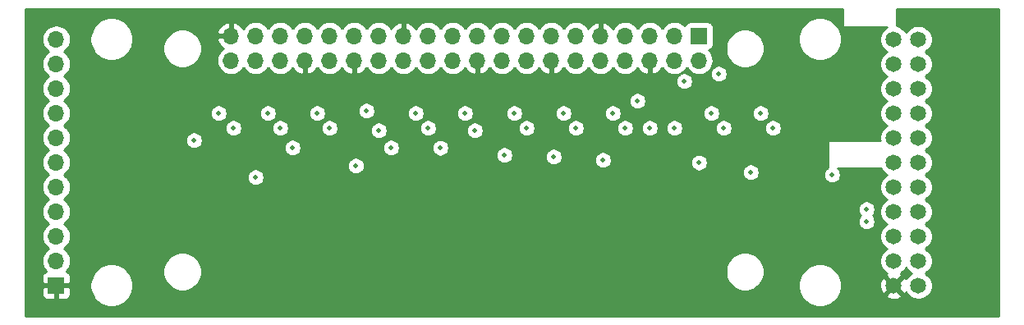
<source format=gbr>
G04 #@! TF.GenerationSoftware,KiCad,Pcbnew,(5.1.2)-1*
G04 #@! TF.CreationDate,2019-10-29T15:15:45-05:00*
G04 #@! TF.ProjectId,computer_board,636f6d70-7574-4657-925f-626f6172642e,rev?*
G04 #@! TF.SameCoordinates,Original*
G04 #@! TF.FileFunction,Copper,L2,Inr*
G04 #@! TF.FilePolarity,Positive*
%FSLAX46Y46*%
G04 Gerber Fmt 4.6, Leading zero omitted, Abs format (unit mm)*
G04 Created by KiCad (PCBNEW (5.1.2)-1) date 2019-10-29 15:15:45*
%MOMM*%
%LPD*%
G04 APERTURE LIST*
%ADD10C,1.640000*%
%ADD11O,1.700000X1.700000*%
%ADD12R,1.700000X1.700000*%
%ADD13C,0.508000*%
%ADD14C,0.254000*%
G04 APERTURE END LIST*
D10*
X184150000Y-59690000D03*
X181610000Y-59690000D03*
X184150000Y-62230000D03*
X181610000Y-62230000D03*
X184150000Y-64770000D03*
X181610000Y-64770000D03*
X184150000Y-67310000D03*
X181610000Y-67310000D03*
X184150000Y-69850000D03*
X181610000Y-69850000D03*
X184150000Y-72390000D03*
X181610000Y-72390000D03*
X184150000Y-74930000D03*
X181610000Y-74930000D03*
X184150000Y-77470000D03*
X181610000Y-77470000D03*
X184150000Y-80010000D03*
X181610000Y-80010000D03*
X184150000Y-82550000D03*
X181610000Y-82550000D03*
X184150000Y-85090000D03*
X181610000Y-85090000D03*
D11*
X95250000Y-59690000D03*
X95250000Y-62230000D03*
X95250000Y-64770000D03*
X95250000Y-67310000D03*
X95250000Y-69850000D03*
X95250000Y-72390000D03*
X95250000Y-74930000D03*
X95250000Y-77470000D03*
X95250000Y-80010000D03*
X95250000Y-82550000D03*
D12*
X95250000Y-85090000D03*
D11*
X113265000Y-61870000D03*
X113265000Y-59330000D03*
X115805000Y-61870000D03*
X115805000Y-59330000D03*
X118345000Y-61870000D03*
X118345000Y-59330000D03*
X120885000Y-61870000D03*
X120885000Y-59330000D03*
X123425000Y-61870000D03*
X123425000Y-59330000D03*
X125965000Y-61870000D03*
X125965000Y-59330000D03*
X128505000Y-61870000D03*
X128505000Y-59330000D03*
X131045000Y-61870000D03*
X131045000Y-59330000D03*
X133585000Y-61870000D03*
X133585000Y-59330000D03*
X136125000Y-61870000D03*
X136125000Y-59330000D03*
X138665000Y-61870000D03*
X138665000Y-59330000D03*
X141205000Y-61870000D03*
X141205000Y-59330000D03*
X143745000Y-61870000D03*
X143745000Y-59330000D03*
X146285000Y-61870000D03*
X146285000Y-59330000D03*
X148825000Y-61870000D03*
X148825000Y-59330000D03*
X151365000Y-61870000D03*
X151365000Y-59330000D03*
X153905000Y-61870000D03*
X153905000Y-59330000D03*
X156445000Y-61870000D03*
X156445000Y-59330000D03*
X158985000Y-61870000D03*
X158985000Y-59330000D03*
X161525000Y-61870000D03*
D12*
X161525000Y-59330000D03*
D13*
X137414000Y-67310000D03*
X127254000Y-67056000D03*
X142494000Y-67310000D03*
X112014000Y-67310000D03*
X162814000Y-67310000D03*
X132334000Y-67310000D03*
X147574000Y-67310000D03*
X122174000Y-67310000D03*
X152654000Y-67310000D03*
X117094000Y-67310000D03*
X167894000Y-67310000D03*
X155194000Y-66040000D03*
X160020000Y-64008000D03*
X163576000Y-63246000D03*
X138430000Y-69088000D03*
X159004000Y-68834000D03*
X128524000Y-69088000D03*
X143764000Y-68834000D03*
X113538000Y-68834000D03*
X164084000Y-68834000D03*
X133604000Y-68834000D03*
X148844000Y-68834000D03*
X123444000Y-68834000D03*
X153924000Y-68834000D03*
X118364000Y-68834000D03*
X169164000Y-68834000D03*
X178816000Y-78486000D03*
X115824000Y-73914000D03*
X178816000Y-77216000D03*
X166878000Y-73406000D03*
X161544000Y-72415460D03*
X151638000Y-72136000D03*
X146558000Y-71805840D03*
X141478000Y-71628000D03*
X134874000Y-70891410D03*
X109474000Y-70104000D03*
X156464000Y-68834000D03*
X175260000Y-73660000D03*
X126154000Y-72728000D03*
X129794000Y-70866000D03*
X119634000Y-70866000D03*
D14*
G36*
X176330143Y-58428500D02*
G01*
X180879038Y-58428500D01*
X180682492Y-58559828D01*
X180479828Y-58762492D01*
X180320596Y-59000799D01*
X180210915Y-59265592D01*
X180155000Y-59546695D01*
X180155000Y-59833305D01*
X180210915Y-60114408D01*
X180320596Y-60379201D01*
X180479828Y-60617508D01*
X180682492Y-60820172D01*
X180891759Y-60960000D01*
X180682492Y-61099828D01*
X180479828Y-61302492D01*
X180320596Y-61540799D01*
X180210915Y-61805592D01*
X180155000Y-62086695D01*
X180155000Y-62373305D01*
X180210915Y-62654408D01*
X180320596Y-62919201D01*
X180479828Y-63157508D01*
X180682492Y-63360172D01*
X180891759Y-63500000D01*
X180682492Y-63639828D01*
X180479828Y-63842492D01*
X180320596Y-64080799D01*
X180210915Y-64345592D01*
X180155000Y-64626695D01*
X180155000Y-64913305D01*
X180210915Y-65194408D01*
X180320596Y-65459201D01*
X180479828Y-65697508D01*
X180682492Y-65900172D01*
X180891759Y-66040000D01*
X180682492Y-66179828D01*
X180479828Y-66382492D01*
X180320596Y-66620799D01*
X180210915Y-66885592D01*
X180155000Y-67166695D01*
X180155000Y-67453305D01*
X180210915Y-67734408D01*
X180320596Y-67999201D01*
X180479828Y-68237508D01*
X180682492Y-68440172D01*
X180891759Y-68580000D01*
X180682492Y-68719828D01*
X180479828Y-68922492D01*
X180320596Y-69160799D01*
X180210915Y-69425592D01*
X180155000Y-69706695D01*
X180155000Y-69993305D01*
X180183682Y-70137500D01*
X174837952Y-70137500D01*
X174837952Y-72872813D01*
X174693296Y-72969469D01*
X174569469Y-73093296D01*
X174472179Y-73238901D01*
X174405164Y-73400688D01*
X174371000Y-73572441D01*
X174371000Y-73747559D01*
X174405164Y-73919312D01*
X174472179Y-74081099D01*
X174569469Y-74226704D01*
X174693296Y-74350531D01*
X174838901Y-74447821D01*
X175000688Y-74514836D01*
X175172441Y-74549000D01*
X175347559Y-74549000D01*
X175519312Y-74514836D01*
X175681099Y-74447821D01*
X175826704Y-74350531D01*
X175950531Y-74226704D01*
X176047821Y-74081099D01*
X176114836Y-73919312D01*
X176149000Y-73747559D01*
X176149000Y-73572441D01*
X176114836Y-73400688D01*
X176047821Y-73238901D01*
X175950531Y-73093296D01*
X175826704Y-72969469D01*
X175808791Y-72957500D01*
X180270186Y-72957500D01*
X180320596Y-73079201D01*
X180479828Y-73317508D01*
X180682492Y-73520172D01*
X180891759Y-73660000D01*
X180682492Y-73799828D01*
X180479828Y-74002492D01*
X180320596Y-74240799D01*
X180210915Y-74505592D01*
X180155000Y-74786695D01*
X180155000Y-75073305D01*
X180210915Y-75354408D01*
X180320596Y-75619201D01*
X180479828Y-75857508D01*
X180682492Y-76060172D01*
X180891759Y-76200000D01*
X180682492Y-76339828D01*
X180479828Y-76542492D01*
X180320596Y-76780799D01*
X180210915Y-77045592D01*
X180155000Y-77326695D01*
X180155000Y-77613305D01*
X180210915Y-77894408D01*
X180320596Y-78159201D01*
X180479828Y-78397508D01*
X180682492Y-78600172D01*
X180891759Y-78740000D01*
X180682492Y-78879828D01*
X180479828Y-79082492D01*
X180320596Y-79320799D01*
X180210915Y-79585592D01*
X180155000Y-79866695D01*
X180155000Y-80153305D01*
X180210915Y-80434408D01*
X180320596Y-80699201D01*
X180479828Y-80937508D01*
X180682492Y-81140172D01*
X180891759Y-81280000D01*
X180682492Y-81419828D01*
X180479828Y-81622492D01*
X180320596Y-81860799D01*
X180210915Y-82125592D01*
X180155000Y-82406695D01*
X180155000Y-82693305D01*
X180210915Y-82974408D01*
X180320596Y-83239201D01*
X180479828Y-83477508D01*
X180682492Y-83680172D01*
X180890286Y-83819016D01*
X180856627Y-83837007D01*
X180782624Y-84083018D01*
X181610000Y-84910395D01*
X182437376Y-84083018D01*
X182363373Y-83837007D01*
X182327951Y-83820194D01*
X182537508Y-83680172D01*
X182740172Y-83477508D01*
X182880000Y-83268241D01*
X183019828Y-83477508D01*
X183222492Y-83680172D01*
X183431759Y-83820000D01*
X183222492Y-83959828D01*
X183019828Y-84162492D01*
X182880984Y-84370286D01*
X182862993Y-84336627D01*
X182616982Y-84262624D01*
X181789605Y-85090000D01*
X182616982Y-85917376D01*
X182862993Y-85843373D01*
X182879806Y-85807951D01*
X183019828Y-86017508D01*
X183222492Y-86220172D01*
X183460799Y-86379404D01*
X183725592Y-86489085D01*
X184006695Y-86545000D01*
X184293305Y-86545000D01*
X184574408Y-86489085D01*
X184839201Y-86379404D01*
X185077508Y-86220172D01*
X185280172Y-86017508D01*
X185439404Y-85779201D01*
X185549085Y-85514408D01*
X185605000Y-85233305D01*
X185605000Y-84946695D01*
X185549085Y-84665592D01*
X185439404Y-84400799D01*
X185280172Y-84162492D01*
X185077508Y-83959828D01*
X184868241Y-83820000D01*
X185077508Y-83680172D01*
X185280172Y-83477508D01*
X185439404Y-83239201D01*
X185549085Y-82974408D01*
X185605000Y-82693305D01*
X185605000Y-82406695D01*
X185549085Y-82125592D01*
X185439404Y-81860799D01*
X185280172Y-81622492D01*
X185077508Y-81419828D01*
X184868241Y-81280000D01*
X185077508Y-81140172D01*
X185280172Y-80937508D01*
X185439404Y-80699201D01*
X185549085Y-80434408D01*
X185605000Y-80153305D01*
X185605000Y-79866695D01*
X185549085Y-79585592D01*
X185439404Y-79320799D01*
X185280172Y-79082492D01*
X185077508Y-78879828D01*
X184868241Y-78740000D01*
X185077508Y-78600172D01*
X185280172Y-78397508D01*
X185439404Y-78159201D01*
X185549085Y-77894408D01*
X185605000Y-77613305D01*
X185605000Y-77326695D01*
X185549085Y-77045592D01*
X185439404Y-76780799D01*
X185280172Y-76542492D01*
X185077508Y-76339828D01*
X184868241Y-76200000D01*
X185077508Y-76060172D01*
X185280172Y-75857508D01*
X185439404Y-75619201D01*
X185549085Y-75354408D01*
X185605000Y-75073305D01*
X185605000Y-74786695D01*
X185549085Y-74505592D01*
X185439404Y-74240799D01*
X185280172Y-74002492D01*
X185077508Y-73799828D01*
X184868241Y-73660000D01*
X185077508Y-73520172D01*
X185280172Y-73317508D01*
X185439404Y-73079201D01*
X185549085Y-72814408D01*
X185605000Y-72533305D01*
X185605000Y-72246695D01*
X185549085Y-71965592D01*
X185439404Y-71700799D01*
X185280172Y-71462492D01*
X185077508Y-71259828D01*
X184868241Y-71120000D01*
X185077508Y-70980172D01*
X185280172Y-70777508D01*
X185439404Y-70539201D01*
X185549085Y-70274408D01*
X185605000Y-69993305D01*
X185605000Y-69706695D01*
X185549085Y-69425592D01*
X185439404Y-69160799D01*
X185280172Y-68922492D01*
X185077508Y-68719828D01*
X184868241Y-68580000D01*
X185077508Y-68440172D01*
X185280172Y-68237508D01*
X185439404Y-67999201D01*
X185549085Y-67734408D01*
X185605000Y-67453305D01*
X185605000Y-67166695D01*
X185549085Y-66885592D01*
X185439404Y-66620799D01*
X185280172Y-66382492D01*
X185077508Y-66179828D01*
X184868241Y-66040000D01*
X185077508Y-65900172D01*
X185280172Y-65697508D01*
X185439404Y-65459201D01*
X185549085Y-65194408D01*
X185605000Y-64913305D01*
X185605000Y-64626695D01*
X185549085Y-64345592D01*
X185439404Y-64080799D01*
X185280172Y-63842492D01*
X185077508Y-63639828D01*
X184868241Y-63500000D01*
X185077508Y-63360172D01*
X185280172Y-63157508D01*
X185439404Y-62919201D01*
X185549085Y-62654408D01*
X185605000Y-62373305D01*
X185605000Y-62086695D01*
X185549085Y-61805592D01*
X185439404Y-61540799D01*
X185280172Y-61302492D01*
X185077508Y-61099828D01*
X184868241Y-60960000D01*
X185077508Y-60820172D01*
X185280172Y-60617508D01*
X185439404Y-60379201D01*
X185549085Y-60114408D01*
X185605000Y-59833305D01*
X185605000Y-59546695D01*
X185549085Y-59265592D01*
X185439404Y-59000799D01*
X185280172Y-58762492D01*
X185077508Y-58559828D01*
X184839201Y-58400596D01*
X184574408Y-58290915D01*
X184293305Y-58235000D01*
X184006695Y-58235000D01*
X183725592Y-58290915D01*
X183460799Y-58400596D01*
X183222492Y-58559828D01*
X183019828Y-58762492D01*
X182880000Y-58971759D01*
X182740172Y-58762492D01*
X182537508Y-58559828D01*
X182299201Y-58400596D01*
X182034408Y-58290915D01*
X181935857Y-58271312D01*
X181935857Y-56540000D01*
X192380001Y-56540000D01*
X192380000Y-88240000D01*
X92100000Y-88240000D01*
X92100000Y-85940000D01*
X93761928Y-85940000D01*
X93774188Y-86064482D01*
X93810498Y-86184180D01*
X93869463Y-86294494D01*
X93948815Y-86391185D01*
X94045506Y-86470537D01*
X94155820Y-86529502D01*
X94275518Y-86565812D01*
X94400000Y-86578072D01*
X94964250Y-86575000D01*
X95123000Y-86416250D01*
X95123000Y-85217000D01*
X95377000Y-85217000D01*
X95377000Y-86416250D01*
X95535750Y-86575000D01*
X96100000Y-86578072D01*
X96224482Y-86565812D01*
X96344180Y-86529502D01*
X96454494Y-86470537D01*
X96551185Y-86391185D01*
X96630537Y-86294494D01*
X96689502Y-86184180D01*
X96725812Y-86064482D01*
X96738072Y-85940000D01*
X96735000Y-85375750D01*
X96576250Y-85217000D01*
X95377000Y-85217000D01*
X95123000Y-85217000D01*
X93923750Y-85217000D01*
X93765000Y-85375750D01*
X93761928Y-85940000D01*
X92100000Y-85940000D01*
X92100000Y-59690000D01*
X93757815Y-59690000D01*
X93786487Y-59981111D01*
X93871401Y-60261034D01*
X94009294Y-60519014D01*
X94194866Y-60745134D01*
X94420986Y-60930706D01*
X94475791Y-60960000D01*
X94420986Y-60989294D01*
X94194866Y-61174866D01*
X94009294Y-61400986D01*
X93871401Y-61658966D01*
X93786487Y-61938889D01*
X93757815Y-62230000D01*
X93786487Y-62521111D01*
X93871401Y-62801034D01*
X94009294Y-63059014D01*
X94194866Y-63285134D01*
X94420986Y-63470706D01*
X94475791Y-63500000D01*
X94420986Y-63529294D01*
X94194866Y-63714866D01*
X94009294Y-63940986D01*
X93871401Y-64198966D01*
X93786487Y-64478889D01*
X93757815Y-64770000D01*
X93786487Y-65061111D01*
X93871401Y-65341034D01*
X94009294Y-65599014D01*
X94194866Y-65825134D01*
X94420986Y-66010706D01*
X94475791Y-66040000D01*
X94420986Y-66069294D01*
X94194866Y-66254866D01*
X94009294Y-66480986D01*
X93871401Y-66738966D01*
X93786487Y-67018889D01*
X93757815Y-67310000D01*
X93786487Y-67601111D01*
X93871401Y-67881034D01*
X94009294Y-68139014D01*
X94194866Y-68365134D01*
X94420986Y-68550706D01*
X94475791Y-68580000D01*
X94420986Y-68609294D01*
X94194866Y-68794866D01*
X94009294Y-69020986D01*
X93871401Y-69278966D01*
X93786487Y-69558889D01*
X93757815Y-69850000D01*
X93786487Y-70141111D01*
X93871401Y-70421034D01*
X94009294Y-70679014D01*
X94194866Y-70905134D01*
X94420986Y-71090706D01*
X94475791Y-71120000D01*
X94420986Y-71149294D01*
X94194866Y-71334866D01*
X94009294Y-71560986D01*
X93871401Y-71818966D01*
X93786487Y-72098889D01*
X93757815Y-72390000D01*
X93786487Y-72681111D01*
X93871401Y-72961034D01*
X94009294Y-73219014D01*
X94194866Y-73445134D01*
X94420986Y-73630706D01*
X94475791Y-73660000D01*
X94420986Y-73689294D01*
X94194866Y-73874866D01*
X94009294Y-74100986D01*
X93871401Y-74358966D01*
X93786487Y-74638889D01*
X93757815Y-74930000D01*
X93786487Y-75221111D01*
X93871401Y-75501034D01*
X94009294Y-75759014D01*
X94194866Y-75985134D01*
X94420986Y-76170706D01*
X94475791Y-76200000D01*
X94420986Y-76229294D01*
X94194866Y-76414866D01*
X94009294Y-76640986D01*
X93871401Y-76898966D01*
X93786487Y-77178889D01*
X93757815Y-77470000D01*
X93786487Y-77761111D01*
X93871401Y-78041034D01*
X94009294Y-78299014D01*
X94194866Y-78525134D01*
X94420986Y-78710706D01*
X94475791Y-78740000D01*
X94420986Y-78769294D01*
X94194866Y-78954866D01*
X94009294Y-79180986D01*
X93871401Y-79438966D01*
X93786487Y-79718889D01*
X93757815Y-80010000D01*
X93786487Y-80301111D01*
X93871401Y-80581034D01*
X94009294Y-80839014D01*
X94194866Y-81065134D01*
X94420986Y-81250706D01*
X94475791Y-81280000D01*
X94420986Y-81309294D01*
X94194866Y-81494866D01*
X94009294Y-81720986D01*
X93871401Y-81978966D01*
X93786487Y-82258889D01*
X93757815Y-82550000D01*
X93786487Y-82841111D01*
X93871401Y-83121034D01*
X94009294Y-83379014D01*
X94194866Y-83605134D01*
X94224687Y-83629607D01*
X94155820Y-83650498D01*
X94045506Y-83709463D01*
X93948815Y-83788815D01*
X93869463Y-83885506D01*
X93810498Y-83995820D01*
X93774188Y-84115518D01*
X93761928Y-84240000D01*
X93765000Y-84804250D01*
X93923750Y-84963000D01*
X95123000Y-84963000D01*
X95123000Y-84943000D01*
X95377000Y-84943000D01*
X95377000Y-84963000D01*
X96576250Y-84963000D01*
X96669378Y-84869872D01*
X98730000Y-84869872D01*
X98730000Y-85310128D01*
X98815890Y-85741925D01*
X98984369Y-86148669D01*
X99228962Y-86514729D01*
X99540271Y-86826038D01*
X99906331Y-87070631D01*
X100313075Y-87239110D01*
X100744872Y-87325000D01*
X101185128Y-87325000D01*
X101616925Y-87239110D01*
X102023669Y-87070631D01*
X102389729Y-86826038D01*
X102701038Y-86514729D01*
X102945631Y-86148669D01*
X103114110Y-85741925D01*
X103200000Y-85310128D01*
X103200000Y-84869872D01*
X103114110Y-84438075D01*
X102945631Y-84031331D01*
X102701038Y-83665271D01*
X102487799Y-83452032D01*
X106265000Y-83452032D01*
X106265000Y-83847968D01*
X106342243Y-84236296D01*
X106493761Y-84602092D01*
X106713731Y-84931301D01*
X106993699Y-85211269D01*
X107322908Y-85431239D01*
X107688704Y-85582757D01*
X108077032Y-85660000D01*
X108472968Y-85660000D01*
X108861296Y-85582757D01*
X109227092Y-85431239D01*
X109556301Y-85211269D01*
X109836269Y-84931301D01*
X110056239Y-84602092D01*
X110207757Y-84236296D01*
X110285000Y-83847968D01*
X110285000Y-83452032D01*
X164265000Y-83452032D01*
X164265000Y-83847968D01*
X164342243Y-84236296D01*
X164493761Y-84602092D01*
X164713731Y-84931301D01*
X164993699Y-85211269D01*
X165322908Y-85431239D01*
X165688704Y-85582757D01*
X166077032Y-85660000D01*
X166472968Y-85660000D01*
X166861296Y-85582757D01*
X167227092Y-85431239D01*
X167556301Y-85211269D01*
X167836269Y-84931301D01*
X167877314Y-84869872D01*
X171755000Y-84869872D01*
X171755000Y-85310128D01*
X171840890Y-85741925D01*
X172009369Y-86148669D01*
X172253962Y-86514729D01*
X172565271Y-86826038D01*
X172931331Y-87070631D01*
X173338075Y-87239110D01*
X173769872Y-87325000D01*
X174210128Y-87325000D01*
X174641925Y-87239110D01*
X175048669Y-87070631D01*
X175414729Y-86826038D01*
X175726038Y-86514729D01*
X175970631Y-86148669D01*
X175992040Y-86096982D01*
X180782624Y-86096982D01*
X180856627Y-86342993D01*
X181115550Y-86465893D01*
X181393474Y-86535917D01*
X181679719Y-86550376D01*
X181963285Y-86508714D01*
X182233275Y-86412532D01*
X182363373Y-86342993D01*
X182437376Y-86096982D01*
X181610000Y-85269605D01*
X180782624Y-86096982D01*
X175992040Y-86096982D01*
X176139110Y-85741925D01*
X176225000Y-85310128D01*
X176225000Y-85159719D01*
X180149624Y-85159719D01*
X180191286Y-85443285D01*
X180287468Y-85713275D01*
X180357007Y-85843373D01*
X180603018Y-85917376D01*
X181430395Y-85090000D01*
X180603018Y-84262624D01*
X180357007Y-84336627D01*
X180234107Y-84595550D01*
X180164083Y-84873474D01*
X180149624Y-85159719D01*
X176225000Y-85159719D01*
X176225000Y-84869872D01*
X176139110Y-84438075D01*
X175970631Y-84031331D01*
X175726038Y-83665271D01*
X175414729Y-83353962D01*
X175048669Y-83109369D01*
X174641925Y-82940890D01*
X174210128Y-82855000D01*
X173769872Y-82855000D01*
X173338075Y-82940890D01*
X172931331Y-83109369D01*
X172565271Y-83353962D01*
X172253962Y-83665271D01*
X172009369Y-84031331D01*
X171840890Y-84438075D01*
X171755000Y-84869872D01*
X167877314Y-84869872D01*
X168056239Y-84602092D01*
X168207757Y-84236296D01*
X168285000Y-83847968D01*
X168285000Y-83452032D01*
X168207757Y-83063704D01*
X168056239Y-82697908D01*
X167836269Y-82368699D01*
X167556301Y-82088731D01*
X167227092Y-81868761D01*
X166861296Y-81717243D01*
X166472968Y-81640000D01*
X166077032Y-81640000D01*
X165688704Y-81717243D01*
X165322908Y-81868761D01*
X164993699Y-82088731D01*
X164713731Y-82368699D01*
X164493761Y-82697908D01*
X164342243Y-83063704D01*
X164265000Y-83452032D01*
X110285000Y-83452032D01*
X110207757Y-83063704D01*
X110056239Y-82697908D01*
X109836269Y-82368699D01*
X109556301Y-82088731D01*
X109227092Y-81868761D01*
X108861296Y-81717243D01*
X108472968Y-81640000D01*
X108077032Y-81640000D01*
X107688704Y-81717243D01*
X107322908Y-81868761D01*
X106993699Y-82088731D01*
X106713731Y-82368699D01*
X106493761Y-82697908D01*
X106342243Y-83063704D01*
X106265000Y-83452032D01*
X102487799Y-83452032D01*
X102389729Y-83353962D01*
X102023669Y-83109369D01*
X101616925Y-82940890D01*
X101185128Y-82855000D01*
X100744872Y-82855000D01*
X100313075Y-82940890D01*
X99906331Y-83109369D01*
X99540271Y-83353962D01*
X99228962Y-83665271D01*
X98984369Y-84031331D01*
X98815890Y-84438075D01*
X98730000Y-84869872D01*
X96669378Y-84869872D01*
X96735000Y-84804250D01*
X96738072Y-84240000D01*
X96725812Y-84115518D01*
X96689502Y-83995820D01*
X96630537Y-83885506D01*
X96551185Y-83788815D01*
X96454494Y-83709463D01*
X96344180Y-83650498D01*
X96275313Y-83629607D01*
X96305134Y-83605134D01*
X96490706Y-83379014D01*
X96628599Y-83121034D01*
X96713513Y-82841111D01*
X96742185Y-82550000D01*
X96713513Y-82258889D01*
X96628599Y-81978966D01*
X96490706Y-81720986D01*
X96305134Y-81494866D01*
X96079014Y-81309294D01*
X96024209Y-81280000D01*
X96079014Y-81250706D01*
X96305134Y-81065134D01*
X96490706Y-80839014D01*
X96628599Y-80581034D01*
X96713513Y-80301111D01*
X96742185Y-80010000D01*
X96713513Y-79718889D01*
X96628599Y-79438966D01*
X96490706Y-79180986D01*
X96305134Y-78954866D01*
X96079014Y-78769294D01*
X96024209Y-78740000D01*
X96079014Y-78710706D01*
X96305134Y-78525134D01*
X96490706Y-78299014D01*
X96628599Y-78041034D01*
X96713513Y-77761111D01*
X96742185Y-77470000D01*
X96713513Y-77178889D01*
X96698210Y-77128441D01*
X177927000Y-77128441D01*
X177927000Y-77303559D01*
X177961164Y-77475312D01*
X178028179Y-77637099D01*
X178125469Y-77782704D01*
X178193765Y-77851000D01*
X178125469Y-77919296D01*
X178028179Y-78064901D01*
X177961164Y-78226688D01*
X177927000Y-78398441D01*
X177927000Y-78573559D01*
X177961164Y-78745312D01*
X178028179Y-78907099D01*
X178125469Y-79052704D01*
X178249296Y-79176531D01*
X178394901Y-79273821D01*
X178556688Y-79340836D01*
X178728441Y-79375000D01*
X178903559Y-79375000D01*
X179075312Y-79340836D01*
X179237099Y-79273821D01*
X179382704Y-79176531D01*
X179506531Y-79052704D01*
X179603821Y-78907099D01*
X179670836Y-78745312D01*
X179705000Y-78573559D01*
X179705000Y-78398441D01*
X179670836Y-78226688D01*
X179603821Y-78064901D01*
X179506531Y-77919296D01*
X179438235Y-77851000D01*
X179506531Y-77782704D01*
X179603821Y-77637099D01*
X179670836Y-77475312D01*
X179705000Y-77303559D01*
X179705000Y-77128441D01*
X179670836Y-76956688D01*
X179603821Y-76794901D01*
X179506531Y-76649296D01*
X179382704Y-76525469D01*
X179237099Y-76428179D01*
X179075312Y-76361164D01*
X178903559Y-76327000D01*
X178728441Y-76327000D01*
X178556688Y-76361164D01*
X178394901Y-76428179D01*
X178249296Y-76525469D01*
X178125469Y-76649296D01*
X178028179Y-76794901D01*
X177961164Y-76956688D01*
X177927000Y-77128441D01*
X96698210Y-77128441D01*
X96628599Y-76898966D01*
X96490706Y-76640986D01*
X96305134Y-76414866D01*
X96079014Y-76229294D01*
X96024209Y-76200000D01*
X96079014Y-76170706D01*
X96305134Y-75985134D01*
X96490706Y-75759014D01*
X96628599Y-75501034D01*
X96713513Y-75221111D01*
X96742185Y-74930000D01*
X96713513Y-74638889D01*
X96628599Y-74358966D01*
X96490706Y-74100986D01*
X96305134Y-73874866D01*
X96246129Y-73826441D01*
X114935000Y-73826441D01*
X114935000Y-74001559D01*
X114969164Y-74173312D01*
X115036179Y-74335099D01*
X115133469Y-74480704D01*
X115257296Y-74604531D01*
X115402901Y-74701821D01*
X115564688Y-74768836D01*
X115736441Y-74803000D01*
X115911559Y-74803000D01*
X116083312Y-74768836D01*
X116245099Y-74701821D01*
X116390704Y-74604531D01*
X116514531Y-74480704D01*
X116611821Y-74335099D01*
X116678836Y-74173312D01*
X116713000Y-74001559D01*
X116713000Y-73826441D01*
X116678836Y-73654688D01*
X116611821Y-73492901D01*
X116514531Y-73347296D01*
X116390704Y-73223469D01*
X116245099Y-73126179D01*
X116083312Y-73059164D01*
X115911559Y-73025000D01*
X115736441Y-73025000D01*
X115564688Y-73059164D01*
X115402901Y-73126179D01*
X115257296Y-73223469D01*
X115133469Y-73347296D01*
X115036179Y-73492901D01*
X114969164Y-73654688D01*
X114935000Y-73826441D01*
X96246129Y-73826441D01*
X96079014Y-73689294D01*
X96024209Y-73660000D01*
X96079014Y-73630706D01*
X96305134Y-73445134D01*
X96490706Y-73219014D01*
X96628599Y-72961034D01*
X96713513Y-72681111D01*
X96717518Y-72640441D01*
X125265000Y-72640441D01*
X125265000Y-72815559D01*
X125299164Y-72987312D01*
X125366179Y-73149099D01*
X125463469Y-73294704D01*
X125587296Y-73418531D01*
X125732901Y-73515821D01*
X125894688Y-73582836D01*
X126066441Y-73617000D01*
X126241559Y-73617000D01*
X126413312Y-73582836D01*
X126575099Y-73515821D01*
X126720704Y-73418531D01*
X126820794Y-73318441D01*
X165989000Y-73318441D01*
X165989000Y-73493559D01*
X166023164Y-73665312D01*
X166090179Y-73827099D01*
X166187469Y-73972704D01*
X166311296Y-74096531D01*
X166456901Y-74193821D01*
X166618688Y-74260836D01*
X166790441Y-74295000D01*
X166965559Y-74295000D01*
X167137312Y-74260836D01*
X167299099Y-74193821D01*
X167444704Y-74096531D01*
X167568531Y-73972704D01*
X167665821Y-73827099D01*
X167732836Y-73665312D01*
X167767000Y-73493559D01*
X167767000Y-73318441D01*
X167732836Y-73146688D01*
X167665821Y-72984901D01*
X167568531Y-72839296D01*
X167444704Y-72715469D01*
X167299099Y-72618179D01*
X167137312Y-72551164D01*
X166965559Y-72517000D01*
X166790441Y-72517000D01*
X166618688Y-72551164D01*
X166456901Y-72618179D01*
X166311296Y-72715469D01*
X166187469Y-72839296D01*
X166090179Y-72984901D01*
X166023164Y-73146688D01*
X165989000Y-73318441D01*
X126820794Y-73318441D01*
X126844531Y-73294704D01*
X126941821Y-73149099D01*
X127008836Y-72987312D01*
X127043000Y-72815559D01*
X127043000Y-72640441D01*
X127008836Y-72468688D01*
X126941821Y-72306901D01*
X126844531Y-72161296D01*
X126720704Y-72037469D01*
X126575099Y-71940179D01*
X126413312Y-71873164D01*
X126241559Y-71839000D01*
X126066441Y-71839000D01*
X125894688Y-71873164D01*
X125732901Y-71940179D01*
X125587296Y-72037469D01*
X125463469Y-72161296D01*
X125366179Y-72306901D01*
X125299164Y-72468688D01*
X125265000Y-72640441D01*
X96717518Y-72640441D01*
X96742185Y-72390000D01*
X96713513Y-72098889D01*
X96628599Y-71818966D01*
X96490706Y-71560986D01*
X96305134Y-71334866D01*
X96079014Y-71149294D01*
X96024209Y-71120000D01*
X96079014Y-71090706D01*
X96305134Y-70905134D01*
X96490706Y-70679014D01*
X96628599Y-70421034D01*
X96713513Y-70141111D01*
X96725791Y-70016441D01*
X108585000Y-70016441D01*
X108585000Y-70191559D01*
X108619164Y-70363312D01*
X108686179Y-70525099D01*
X108783469Y-70670704D01*
X108907296Y-70794531D01*
X109052901Y-70891821D01*
X109214688Y-70958836D01*
X109386441Y-70993000D01*
X109561559Y-70993000D01*
X109733312Y-70958836D01*
X109895099Y-70891821D01*
X110040704Y-70794531D01*
X110056794Y-70778441D01*
X118745000Y-70778441D01*
X118745000Y-70953559D01*
X118779164Y-71125312D01*
X118846179Y-71287099D01*
X118943469Y-71432704D01*
X119067296Y-71556531D01*
X119212901Y-71653821D01*
X119374688Y-71720836D01*
X119546441Y-71755000D01*
X119721559Y-71755000D01*
X119893312Y-71720836D01*
X120055099Y-71653821D01*
X120200704Y-71556531D01*
X120324531Y-71432704D01*
X120421821Y-71287099D01*
X120488836Y-71125312D01*
X120523000Y-70953559D01*
X120523000Y-70778441D01*
X128905000Y-70778441D01*
X128905000Y-70953559D01*
X128939164Y-71125312D01*
X129006179Y-71287099D01*
X129103469Y-71432704D01*
X129227296Y-71556531D01*
X129372901Y-71653821D01*
X129534688Y-71720836D01*
X129706441Y-71755000D01*
X129881559Y-71755000D01*
X130053312Y-71720836D01*
X130215099Y-71653821D01*
X130360704Y-71556531D01*
X130484531Y-71432704D01*
X130581821Y-71287099D01*
X130648836Y-71125312D01*
X130683000Y-70953559D01*
X130683000Y-70803851D01*
X133985000Y-70803851D01*
X133985000Y-70978969D01*
X134019164Y-71150722D01*
X134086179Y-71312509D01*
X134183469Y-71458114D01*
X134307296Y-71581941D01*
X134452901Y-71679231D01*
X134614688Y-71746246D01*
X134786441Y-71780410D01*
X134961559Y-71780410D01*
X135133312Y-71746246D01*
X135295099Y-71679231D01*
X135440704Y-71581941D01*
X135482204Y-71540441D01*
X140589000Y-71540441D01*
X140589000Y-71715559D01*
X140623164Y-71887312D01*
X140690179Y-72049099D01*
X140787469Y-72194704D01*
X140911296Y-72318531D01*
X141056901Y-72415821D01*
X141218688Y-72482836D01*
X141390441Y-72517000D01*
X141565559Y-72517000D01*
X141737312Y-72482836D01*
X141899099Y-72415821D01*
X142044704Y-72318531D01*
X142168531Y-72194704D01*
X142265821Y-72049099D01*
X142332836Y-71887312D01*
X142366458Y-71718281D01*
X145669000Y-71718281D01*
X145669000Y-71893399D01*
X145703164Y-72065152D01*
X145770179Y-72226939D01*
X145867469Y-72372544D01*
X145991296Y-72496371D01*
X146136901Y-72593661D01*
X146298688Y-72660676D01*
X146470441Y-72694840D01*
X146645559Y-72694840D01*
X146817312Y-72660676D01*
X146979099Y-72593661D01*
X147124704Y-72496371D01*
X147248531Y-72372544D01*
X147345821Y-72226939D01*
X147412836Y-72065152D01*
X147416160Y-72048441D01*
X150749000Y-72048441D01*
X150749000Y-72223559D01*
X150783164Y-72395312D01*
X150850179Y-72557099D01*
X150947469Y-72702704D01*
X151071296Y-72826531D01*
X151216901Y-72923821D01*
X151378688Y-72990836D01*
X151550441Y-73025000D01*
X151725559Y-73025000D01*
X151897312Y-72990836D01*
X152059099Y-72923821D01*
X152204704Y-72826531D01*
X152328531Y-72702704D01*
X152425821Y-72557099D01*
X152492836Y-72395312D01*
X152506244Y-72327901D01*
X160655000Y-72327901D01*
X160655000Y-72503019D01*
X160689164Y-72674772D01*
X160756179Y-72836559D01*
X160853469Y-72982164D01*
X160977296Y-73105991D01*
X161122901Y-73203281D01*
X161284688Y-73270296D01*
X161456441Y-73304460D01*
X161631559Y-73304460D01*
X161803312Y-73270296D01*
X161965099Y-73203281D01*
X162110704Y-73105991D01*
X162234531Y-72982164D01*
X162331821Y-72836559D01*
X162398836Y-72674772D01*
X162433000Y-72503019D01*
X162433000Y-72327901D01*
X162398836Y-72156148D01*
X162331821Y-71994361D01*
X162234531Y-71848756D01*
X162110704Y-71724929D01*
X161965099Y-71627639D01*
X161803312Y-71560624D01*
X161631559Y-71526460D01*
X161456441Y-71526460D01*
X161284688Y-71560624D01*
X161122901Y-71627639D01*
X160977296Y-71724929D01*
X160853469Y-71848756D01*
X160756179Y-71994361D01*
X160689164Y-72156148D01*
X160655000Y-72327901D01*
X152506244Y-72327901D01*
X152527000Y-72223559D01*
X152527000Y-72048441D01*
X152492836Y-71876688D01*
X152425821Y-71714901D01*
X152328531Y-71569296D01*
X152204704Y-71445469D01*
X152059099Y-71348179D01*
X151897312Y-71281164D01*
X151725559Y-71247000D01*
X151550441Y-71247000D01*
X151378688Y-71281164D01*
X151216901Y-71348179D01*
X151071296Y-71445469D01*
X150947469Y-71569296D01*
X150850179Y-71714901D01*
X150783164Y-71876688D01*
X150749000Y-72048441D01*
X147416160Y-72048441D01*
X147447000Y-71893399D01*
X147447000Y-71718281D01*
X147412836Y-71546528D01*
X147345821Y-71384741D01*
X147248531Y-71239136D01*
X147124704Y-71115309D01*
X146979099Y-71018019D01*
X146817312Y-70951004D01*
X146645559Y-70916840D01*
X146470441Y-70916840D01*
X146298688Y-70951004D01*
X146136901Y-71018019D01*
X145991296Y-71115309D01*
X145867469Y-71239136D01*
X145770179Y-71384741D01*
X145703164Y-71546528D01*
X145669000Y-71718281D01*
X142366458Y-71718281D01*
X142367000Y-71715559D01*
X142367000Y-71540441D01*
X142332836Y-71368688D01*
X142265821Y-71206901D01*
X142168531Y-71061296D01*
X142044704Y-70937469D01*
X141899099Y-70840179D01*
X141737312Y-70773164D01*
X141565559Y-70739000D01*
X141390441Y-70739000D01*
X141218688Y-70773164D01*
X141056901Y-70840179D01*
X140911296Y-70937469D01*
X140787469Y-71061296D01*
X140690179Y-71206901D01*
X140623164Y-71368688D01*
X140589000Y-71540441D01*
X135482204Y-71540441D01*
X135564531Y-71458114D01*
X135661821Y-71312509D01*
X135728836Y-71150722D01*
X135763000Y-70978969D01*
X135763000Y-70803851D01*
X135728836Y-70632098D01*
X135661821Y-70470311D01*
X135564531Y-70324706D01*
X135440704Y-70200879D01*
X135295099Y-70103589D01*
X135133312Y-70036574D01*
X134961559Y-70002410D01*
X134786441Y-70002410D01*
X134614688Y-70036574D01*
X134452901Y-70103589D01*
X134307296Y-70200879D01*
X134183469Y-70324706D01*
X134086179Y-70470311D01*
X134019164Y-70632098D01*
X133985000Y-70803851D01*
X130683000Y-70803851D01*
X130683000Y-70778441D01*
X130648836Y-70606688D01*
X130581821Y-70444901D01*
X130484531Y-70299296D01*
X130360704Y-70175469D01*
X130215099Y-70078179D01*
X130053312Y-70011164D01*
X129881559Y-69977000D01*
X129706441Y-69977000D01*
X129534688Y-70011164D01*
X129372901Y-70078179D01*
X129227296Y-70175469D01*
X129103469Y-70299296D01*
X129006179Y-70444901D01*
X128939164Y-70606688D01*
X128905000Y-70778441D01*
X120523000Y-70778441D01*
X120488836Y-70606688D01*
X120421821Y-70444901D01*
X120324531Y-70299296D01*
X120200704Y-70175469D01*
X120055099Y-70078179D01*
X119893312Y-70011164D01*
X119721559Y-69977000D01*
X119546441Y-69977000D01*
X119374688Y-70011164D01*
X119212901Y-70078179D01*
X119067296Y-70175469D01*
X118943469Y-70299296D01*
X118846179Y-70444901D01*
X118779164Y-70606688D01*
X118745000Y-70778441D01*
X110056794Y-70778441D01*
X110164531Y-70670704D01*
X110261821Y-70525099D01*
X110328836Y-70363312D01*
X110363000Y-70191559D01*
X110363000Y-70016441D01*
X110328836Y-69844688D01*
X110261821Y-69682901D01*
X110164531Y-69537296D01*
X110040704Y-69413469D01*
X109895099Y-69316179D01*
X109733312Y-69249164D01*
X109561559Y-69215000D01*
X109386441Y-69215000D01*
X109214688Y-69249164D01*
X109052901Y-69316179D01*
X108907296Y-69413469D01*
X108783469Y-69537296D01*
X108686179Y-69682901D01*
X108619164Y-69844688D01*
X108585000Y-70016441D01*
X96725791Y-70016441D01*
X96742185Y-69850000D01*
X96713513Y-69558889D01*
X96628599Y-69278966D01*
X96490706Y-69020986D01*
X96305134Y-68794866D01*
X96246129Y-68746441D01*
X112649000Y-68746441D01*
X112649000Y-68921559D01*
X112683164Y-69093312D01*
X112750179Y-69255099D01*
X112847469Y-69400704D01*
X112971296Y-69524531D01*
X113116901Y-69621821D01*
X113278688Y-69688836D01*
X113450441Y-69723000D01*
X113625559Y-69723000D01*
X113797312Y-69688836D01*
X113959099Y-69621821D01*
X114104704Y-69524531D01*
X114228531Y-69400704D01*
X114325821Y-69255099D01*
X114392836Y-69093312D01*
X114427000Y-68921559D01*
X114427000Y-68746441D01*
X117475000Y-68746441D01*
X117475000Y-68921559D01*
X117509164Y-69093312D01*
X117576179Y-69255099D01*
X117673469Y-69400704D01*
X117797296Y-69524531D01*
X117942901Y-69621821D01*
X118104688Y-69688836D01*
X118276441Y-69723000D01*
X118451559Y-69723000D01*
X118623312Y-69688836D01*
X118785099Y-69621821D01*
X118930704Y-69524531D01*
X119054531Y-69400704D01*
X119151821Y-69255099D01*
X119218836Y-69093312D01*
X119253000Y-68921559D01*
X119253000Y-68746441D01*
X122555000Y-68746441D01*
X122555000Y-68921559D01*
X122589164Y-69093312D01*
X122656179Y-69255099D01*
X122753469Y-69400704D01*
X122877296Y-69524531D01*
X123022901Y-69621821D01*
X123184688Y-69688836D01*
X123356441Y-69723000D01*
X123531559Y-69723000D01*
X123703312Y-69688836D01*
X123865099Y-69621821D01*
X124010704Y-69524531D01*
X124134531Y-69400704D01*
X124231821Y-69255099D01*
X124298836Y-69093312D01*
X124317309Y-69000441D01*
X127635000Y-69000441D01*
X127635000Y-69175559D01*
X127669164Y-69347312D01*
X127736179Y-69509099D01*
X127833469Y-69654704D01*
X127957296Y-69778531D01*
X128102901Y-69875821D01*
X128264688Y-69942836D01*
X128436441Y-69977000D01*
X128611559Y-69977000D01*
X128783312Y-69942836D01*
X128945099Y-69875821D01*
X129090704Y-69778531D01*
X129214531Y-69654704D01*
X129311821Y-69509099D01*
X129378836Y-69347312D01*
X129413000Y-69175559D01*
X129413000Y-69000441D01*
X129378836Y-68828688D01*
X129344768Y-68746441D01*
X132715000Y-68746441D01*
X132715000Y-68921559D01*
X132749164Y-69093312D01*
X132816179Y-69255099D01*
X132913469Y-69400704D01*
X133037296Y-69524531D01*
X133182901Y-69621821D01*
X133344688Y-69688836D01*
X133516441Y-69723000D01*
X133691559Y-69723000D01*
X133863312Y-69688836D01*
X134025099Y-69621821D01*
X134170704Y-69524531D01*
X134294531Y-69400704D01*
X134391821Y-69255099D01*
X134458836Y-69093312D01*
X134477309Y-69000441D01*
X137541000Y-69000441D01*
X137541000Y-69175559D01*
X137575164Y-69347312D01*
X137642179Y-69509099D01*
X137739469Y-69654704D01*
X137863296Y-69778531D01*
X138008901Y-69875821D01*
X138170688Y-69942836D01*
X138342441Y-69977000D01*
X138517559Y-69977000D01*
X138689312Y-69942836D01*
X138851099Y-69875821D01*
X138996704Y-69778531D01*
X139120531Y-69654704D01*
X139217821Y-69509099D01*
X139284836Y-69347312D01*
X139319000Y-69175559D01*
X139319000Y-69000441D01*
X139284836Y-68828688D01*
X139250768Y-68746441D01*
X142875000Y-68746441D01*
X142875000Y-68921559D01*
X142909164Y-69093312D01*
X142976179Y-69255099D01*
X143073469Y-69400704D01*
X143197296Y-69524531D01*
X143342901Y-69621821D01*
X143504688Y-69688836D01*
X143676441Y-69723000D01*
X143851559Y-69723000D01*
X144023312Y-69688836D01*
X144185099Y-69621821D01*
X144330704Y-69524531D01*
X144454531Y-69400704D01*
X144551821Y-69255099D01*
X144618836Y-69093312D01*
X144653000Y-68921559D01*
X144653000Y-68746441D01*
X147955000Y-68746441D01*
X147955000Y-68921559D01*
X147989164Y-69093312D01*
X148056179Y-69255099D01*
X148153469Y-69400704D01*
X148277296Y-69524531D01*
X148422901Y-69621821D01*
X148584688Y-69688836D01*
X148756441Y-69723000D01*
X148931559Y-69723000D01*
X149103312Y-69688836D01*
X149265099Y-69621821D01*
X149410704Y-69524531D01*
X149534531Y-69400704D01*
X149631821Y-69255099D01*
X149698836Y-69093312D01*
X149733000Y-68921559D01*
X149733000Y-68746441D01*
X153035000Y-68746441D01*
X153035000Y-68921559D01*
X153069164Y-69093312D01*
X153136179Y-69255099D01*
X153233469Y-69400704D01*
X153357296Y-69524531D01*
X153502901Y-69621821D01*
X153664688Y-69688836D01*
X153836441Y-69723000D01*
X154011559Y-69723000D01*
X154183312Y-69688836D01*
X154345099Y-69621821D01*
X154490704Y-69524531D01*
X154614531Y-69400704D01*
X154711821Y-69255099D01*
X154778836Y-69093312D01*
X154813000Y-68921559D01*
X154813000Y-68746441D01*
X155575000Y-68746441D01*
X155575000Y-68921559D01*
X155609164Y-69093312D01*
X155676179Y-69255099D01*
X155773469Y-69400704D01*
X155897296Y-69524531D01*
X156042901Y-69621821D01*
X156204688Y-69688836D01*
X156376441Y-69723000D01*
X156551559Y-69723000D01*
X156723312Y-69688836D01*
X156885099Y-69621821D01*
X157030704Y-69524531D01*
X157154531Y-69400704D01*
X157251821Y-69255099D01*
X157318836Y-69093312D01*
X157353000Y-68921559D01*
X157353000Y-68746441D01*
X158115000Y-68746441D01*
X158115000Y-68921559D01*
X158149164Y-69093312D01*
X158216179Y-69255099D01*
X158313469Y-69400704D01*
X158437296Y-69524531D01*
X158582901Y-69621821D01*
X158744688Y-69688836D01*
X158916441Y-69723000D01*
X159091559Y-69723000D01*
X159263312Y-69688836D01*
X159425099Y-69621821D01*
X159570704Y-69524531D01*
X159694531Y-69400704D01*
X159791821Y-69255099D01*
X159858836Y-69093312D01*
X159893000Y-68921559D01*
X159893000Y-68746441D01*
X163195000Y-68746441D01*
X163195000Y-68921559D01*
X163229164Y-69093312D01*
X163296179Y-69255099D01*
X163393469Y-69400704D01*
X163517296Y-69524531D01*
X163662901Y-69621821D01*
X163824688Y-69688836D01*
X163996441Y-69723000D01*
X164171559Y-69723000D01*
X164343312Y-69688836D01*
X164505099Y-69621821D01*
X164650704Y-69524531D01*
X164774531Y-69400704D01*
X164871821Y-69255099D01*
X164938836Y-69093312D01*
X164973000Y-68921559D01*
X164973000Y-68746441D01*
X168275000Y-68746441D01*
X168275000Y-68921559D01*
X168309164Y-69093312D01*
X168376179Y-69255099D01*
X168473469Y-69400704D01*
X168597296Y-69524531D01*
X168742901Y-69621821D01*
X168904688Y-69688836D01*
X169076441Y-69723000D01*
X169251559Y-69723000D01*
X169423312Y-69688836D01*
X169585099Y-69621821D01*
X169730704Y-69524531D01*
X169854531Y-69400704D01*
X169951821Y-69255099D01*
X170018836Y-69093312D01*
X170053000Y-68921559D01*
X170053000Y-68746441D01*
X170018836Y-68574688D01*
X169951821Y-68412901D01*
X169854531Y-68267296D01*
X169730704Y-68143469D01*
X169585099Y-68046179D01*
X169423312Y-67979164D01*
X169251559Y-67945000D01*
X169076441Y-67945000D01*
X168904688Y-67979164D01*
X168742901Y-68046179D01*
X168597296Y-68143469D01*
X168473469Y-68267296D01*
X168376179Y-68412901D01*
X168309164Y-68574688D01*
X168275000Y-68746441D01*
X164973000Y-68746441D01*
X164938836Y-68574688D01*
X164871821Y-68412901D01*
X164774531Y-68267296D01*
X164650704Y-68143469D01*
X164505099Y-68046179D01*
X164343312Y-67979164D01*
X164171559Y-67945000D01*
X163996441Y-67945000D01*
X163824688Y-67979164D01*
X163662901Y-68046179D01*
X163517296Y-68143469D01*
X163393469Y-68267296D01*
X163296179Y-68412901D01*
X163229164Y-68574688D01*
X163195000Y-68746441D01*
X159893000Y-68746441D01*
X159858836Y-68574688D01*
X159791821Y-68412901D01*
X159694531Y-68267296D01*
X159570704Y-68143469D01*
X159425099Y-68046179D01*
X159263312Y-67979164D01*
X159091559Y-67945000D01*
X158916441Y-67945000D01*
X158744688Y-67979164D01*
X158582901Y-68046179D01*
X158437296Y-68143469D01*
X158313469Y-68267296D01*
X158216179Y-68412901D01*
X158149164Y-68574688D01*
X158115000Y-68746441D01*
X157353000Y-68746441D01*
X157318836Y-68574688D01*
X157251821Y-68412901D01*
X157154531Y-68267296D01*
X157030704Y-68143469D01*
X156885099Y-68046179D01*
X156723312Y-67979164D01*
X156551559Y-67945000D01*
X156376441Y-67945000D01*
X156204688Y-67979164D01*
X156042901Y-68046179D01*
X155897296Y-68143469D01*
X155773469Y-68267296D01*
X155676179Y-68412901D01*
X155609164Y-68574688D01*
X155575000Y-68746441D01*
X154813000Y-68746441D01*
X154778836Y-68574688D01*
X154711821Y-68412901D01*
X154614531Y-68267296D01*
X154490704Y-68143469D01*
X154345099Y-68046179D01*
X154183312Y-67979164D01*
X154011559Y-67945000D01*
X153836441Y-67945000D01*
X153664688Y-67979164D01*
X153502901Y-68046179D01*
X153357296Y-68143469D01*
X153233469Y-68267296D01*
X153136179Y-68412901D01*
X153069164Y-68574688D01*
X153035000Y-68746441D01*
X149733000Y-68746441D01*
X149698836Y-68574688D01*
X149631821Y-68412901D01*
X149534531Y-68267296D01*
X149410704Y-68143469D01*
X149265099Y-68046179D01*
X149103312Y-67979164D01*
X148931559Y-67945000D01*
X148756441Y-67945000D01*
X148584688Y-67979164D01*
X148422901Y-68046179D01*
X148277296Y-68143469D01*
X148153469Y-68267296D01*
X148056179Y-68412901D01*
X147989164Y-68574688D01*
X147955000Y-68746441D01*
X144653000Y-68746441D01*
X144618836Y-68574688D01*
X144551821Y-68412901D01*
X144454531Y-68267296D01*
X144330704Y-68143469D01*
X144185099Y-68046179D01*
X144023312Y-67979164D01*
X143851559Y-67945000D01*
X143676441Y-67945000D01*
X143504688Y-67979164D01*
X143342901Y-68046179D01*
X143197296Y-68143469D01*
X143073469Y-68267296D01*
X142976179Y-68412901D01*
X142909164Y-68574688D01*
X142875000Y-68746441D01*
X139250768Y-68746441D01*
X139217821Y-68666901D01*
X139120531Y-68521296D01*
X138996704Y-68397469D01*
X138851099Y-68300179D01*
X138689312Y-68233164D01*
X138517559Y-68199000D01*
X138342441Y-68199000D01*
X138170688Y-68233164D01*
X138008901Y-68300179D01*
X137863296Y-68397469D01*
X137739469Y-68521296D01*
X137642179Y-68666901D01*
X137575164Y-68828688D01*
X137541000Y-69000441D01*
X134477309Y-69000441D01*
X134493000Y-68921559D01*
X134493000Y-68746441D01*
X134458836Y-68574688D01*
X134391821Y-68412901D01*
X134294531Y-68267296D01*
X134170704Y-68143469D01*
X134025099Y-68046179D01*
X133863312Y-67979164D01*
X133691559Y-67945000D01*
X133516441Y-67945000D01*
X133344688Y-67979164D01*
X133182901Y-68046179D01*
X133037296Y-68143469D01*
X132913469Y-68267296D01*
X132816179Y-68412901D01*
X132749164Y-68574688D01*
X132715000Y-68746441D01*
X129344768Y-68746441D01*
X129311821Y-68666901D01*
X129214531Y-68521296D01*
X129090704Y-68397469D01*
X128945099Y-68300179D01*
X128783312Y-68233164D01*
X128611559Y-68199000D01*
X128436441Y-68199000D01*
X128264688Y-68233164D01*
X128102901Y-68300179D01*
X127957296Y-68397469D01*
X127833469Y-68521296D01*
X127736179Y-68666901D01*
X127669164Y-68828688D01*
X127635000Y-69000441D01*
X124317309Y-69000441D01*
X124333000Y-68921559D01*
X124333000Y-68746441D01*
X124298836Y-68574688D01*
X124231821Y-68412901D01*
X124134531Y-68267296D01*
X124010704Y-68143469D01*
X123865099Y-68046179D01*
X123703312Y-67979164D01*
X123531559Y-67945000D01*
X123356441Y-67945000D01*
X123184688Y-67979164D01*
X123022901Y-68046179D01*
X122877296Y-68143469D01*
X122753469Y-68267296D01*
X122656179Y-68412901D01*
X122589164Y-68574688D01*
X122555000Y-68746441D01*
X119253000Y-68746441D01*
X119218836Y-68574688D01*
X119151821Y-68412901D01*
X119054531Y-68267296D01*
X118930704Y-68143469D01*
X118785099Y-68046179D01*
X118623312Y-67979164D01*
X118451559Y-67945000D01*
X118276441Y-67945000D01*
X118104688Y-67979164D01*
X117942901Y-68046179D01*
X117797296Y-68143469D01*
X117673469Y-68267296D01*
X117576179Y-68412901D01*
X117509164Y-68574688D01*
X117475000Y-68746441D01*
X114427000Y-68746441D01*
X114392836Y-68574688D01*
X114325821Y-68412901D01*
X114228531Y-68267296D01*
X114104704Y-68143469D01*
X113959099Y-68046179D01*
X113797312Y-67979164D01*
X113625559Y-67945000D01*
X113450441Y-67945000D01*
X113278688Y-67979164D01*
X113116901Y-68046179D01*
X112971296Y-68143469D01*
X112847469Y-68267296D01*
X112750179Y-68412901D01*
X112683164Y-68574688D01*
X112649000Y-68746441D01*
X96246129Y-68746441D01*
X96079014Y-68609294D01*
X96024209Y-68580000D01*
X96079014Y-68550706D01*
X96305134Y-68365134D01*
X96490706Y-68139014D01*
X96628599Y-67881034D01*
X96713513Y-67601111D01*
X96742185Y-67310000D01*
X96733562Y-67222441D01*
X111125000Y-67222441D01*
X111125000Y-67397559D01*
X111159164Y-67569312D01*
X111226179Y-67731099D01*
X111323469Y-67876704D01*
X111447296Y-68000531D01*
X111592901Y-68097821D01*
X111754688Y-68164836D01*
X111926441Y-68199000D01*
X112101559Y-68199000D01*
X112273312Y-68164836D01*
X112435099Y-68097821D01*
X112580704Y-68000531D01*
X112704531Y-67876704D01*
X112801821Y-67731099D01*
X112868836Y-67569312D01*
X112903000Y-67397559D01*
X112903000Y-67222441D01*
X116205000Y-67222441D01*
X116205000Y-67397559D01*
X116239164Y-67569312D01*
X116306179Y-67731099D01*
X116403469Y-67876704D01*
X116527296Y-68000531D01*
X116672901Y-68097821D01*
X116834688Y-68164836D01*
X117006441Y-68199000D01*
X117181559Y-68199000D01*
X117353312Y-68164836D01*
X117515099Y-68097821D01*
X117660704Y-68000531D01*
X117784531Y-67876704D01*
X117881821Y-67731099D01*
X117948836Y-67569312D01*
X117983000Y-67397559D01*
X117983000Y-67222441D01*
X121285000Y-67222441D01*
X121285000Y-67397559D01*
X121319164Y-67569312D01*
X121386179Y-67731099D01*
X121483469Y-67876704D01*
X121607296Y-68000531D01*
X121752901Y-68097821D01*
X121914688Y-68164836D01*
X122086441Y-68199000D01*
X122261559Y-68199000D01*
X122433312Y-68164836D01*
X122595099Y-68097821D01*
X122740704Y-68000531D01*
X122864531Y-67876704D01*
X122961821Y-67731099D01*
X123028836Y-67569312D01*
X123063000Y-67397559D01*
X123063000Y-67222441D01*
X123028836Y-67050688D01*
X122994768Y-66968441D01*
X126365000Y-66968441D01*
X126365000Y-67143559D01*
X126399164Y-67315312D01*
X126466179Y-67477099D01*
X126563469Y-67622704D01*
X126687296Y-67746531D01*
X126832901Y-67843821D01*
X126994688Y-67910836D01*
X127166441Y-67945000D01*
X127341559Y-67945000D01*
X127513312Y-67910836D01*
X127675099Y-67843821D01*
X127820704Y-67746531D01*
X127944531Y-67622704D01*
X128041821Y-67477099D01*
X128108836Y-67315312D01*
X128127309Y-67222441D01*
X131445000Y-67222441D01*
X131445000Y-67397559D01*
X131479164Y-67569312D01*
X131546179Y-67731099D01*
X131643469Y-67876704D01*
X131767296Y-68000531D01*
X131912901Y-68097821D01*
X132074688Y-68164836D01*
X132246441Y-68199000D01*
X132421559Y-68199000D01*
X132593312Y-68164836D01*
X132755099Y-68097821D01*
X132900704Y-68000531D01*
X133024531Y-67876704D01*
X133121821Y-67731099D01*
X133188836Y-67569312D01*
X133223000Y-67397559D01*
X133223000Y-67222441D01*
X136525000Y-67222441D01*
X136525000Y-67397559D01*
X136559164Y-67569312D01*
X136626179Y-67731099D01*
X136723469Y-67876704D01*
X136847296Y-68000531D01*
X136992901Y-68097821D01*
X137154688Y-68164836D01*
X137326441Y-68199000D01*
X137501559Y-68199000D01*
X137673312Y-68164836D01*
X137835099Y-68097821D01*
X137980704Y-68000531D01*
X138104531Y-67876704D01*
X138201821Y-67731099D01*
X138268836Y-67569312D01*
X138303000Y-67397559D01*
X138303000Y-67222441D01*
X141605000Y-67222441D01*
X141605000Y-67397559D01*
X141639164Y-67569312D01*
X141706179Y-67731099D01*
X141803469Y-67876704D01*
X141927296Y-68000531D01*
X142072901Y-68097821D01*
X142234688Y-68164836D01*
X142406441Y-68199000D01*
X142581559Y-68199000D01*
X142753312Y-68164836D01*
X142915099Y-68097821D01*
X143060704Y-68000531D01*
X143184531Y-67876704D01*
X143281821Y-67731099D01*
X143348836Y-67569312D01*
X143383000Y-67397559D01*
X143383000Y-67222441D01*
X146685000Y-67222441D01*
X146685000Y-67397559D01*
X146719164Y-67569312D01*
X146786179Y-67731099D01*
X146883469Y-67876704D01*
X147007296Y-68000531D01*
X147152901Y-68097821D01*
X147314688Y-68164836D01*
X147486441Y-68199000D01*
X147661559Y-68199000D01*
X147833312Y-68164836D01*
X147995099Y-68097821D01*
X148140704Y-68000531D01*
X148264531Y-67876704D01*
X148361821Y-67731099D01*
X148428836Y-67569312D01*
X148463000Y-67397559D01*
X148463000Y-67222441D01*
X151765000Y-67222441D01*
X151765000Y-67397559D01*
X151799164Y-67569312D01*
X151866179Y-67731099D01*
X151963469Y-67876704D01*
X152087296Y-68000531D01*
X152232901Y-68097821D01*
X152394688Y-68164836D01*
X152566441Y-68199000D01*
X152741559Y-68199000D01*
X152913312Y-68164836D01*
X153075099Y-68097821D01*
X153220704Y-68000531D01*
X153344531Y-67876704D01*
X153441821Y-67731099D01*
X153508836Y-67569312D01*
X153543000Y-67397559D01*
X153543000Y-67222441D01*
X161925000Y-67222441D01*
X161925000Y-67397559D01*
X161959164Y-67569312D01*
X162026179Y-67731099D01*
X162123469Y-67876704D01*
X162247296Y-68000531D01*
X162392901Y-68097821D01*
X162554688Y-68164836D01*
X162726441Y-68199000D01*
X162901559Y-68199000D01*
X163073312Y-68164836D01*
X163235099Y-68097821D01*
X163380704Y-68000531D01*
X163504531Y-67876704D01*
X163601821Y-67731099D01*
X163668836Y-67569312D01*
X163703000Y-67397559D01*
X163703000Y-67222441D01*
X167005000Y-67222441D01*
X167005000Y-67397559D01*
X167039164Y-67569312D01*
X167106179Y-67731099D01*
X167203469Y-67876704D01*
X167327296Y-68000531D01*
X167472901Y-68097821D01*
X167634688Y-68164836D01*
X167806441Y-68199000D01*
X167981559Y-68199000D01*
X168153312Y-68164836D01*
X168315099Y-68097821D01*
X168460704Y-68000531D01*
X168584531Y-67876704D01*
X168681821Y-67731099D01*
X168748836Y-67569312D01*
X168783000Y-67397559D01*
X168783000Y-67222441D01*
X168748836Y-67050688D01*
X168681821Y-66888901D01*
X168584531Y-66743296D01*
X168460704Y-66619469D01*
X168315099Y-66522179D01*
X168153312Y-66455164D01*
X167981559Y-66421000D01*
X167806441Y-66421000D01*
X167634688Y-66455164D01*
X167472901Y-66522179D01*
X167327296Y-66619469D01*
X167203469Y-66743296D01*
X167106179Y-66888901D01*
X167039164Y-67050688D01*
X167005000Y-67222441D01*
X163703000Y-67222441D01*
X163668836Y-67050688D01*
X163601821Y-66888901D01*
X163504531Y-66743296D01*
X163380704Y-66619469D01*
X163235099Y-66522179D01*
X163073312Y-66455164D01*
X162901559Y-66421000D01*
X162726441Y-66421000D01*
X162554688Y-66455164D01*
X162392901Y-66522179D01*
X162247296Y-66619469D01*
X162123469Y-66743296D01*
X162026179Y-66888901D01*
X161959164Y-67050688D01*
X161925000Y-67222441D01*
X153543000Y-67222441D01*
X153508836Y-67050688D01*
X153441821Y-66888901D01*
X153344531Y-66743296D01*
X153220704Y-66619469D01*
X153075099Y-66522179D01*
X152913312Y-66455164D01*
X152741559Y-66421000D01*
X152566441Y-66421000D01*
X152394688Y-66455164D01*
X152232901Y-66522179D01*
X152087296Y-66619469D01*
X151963469Y-66743296D01*
X151866179Y-66888901D01*
X151799164Y-67050688D01*
X151765000Y-67222441D01*
X148463000Y-67222441D01*
X148428836Y-67050688D01*
X148361821Y-66888901D01*
X148264531Y-66743296D01*
X148140704Y-66619469D01*
X147995099Y-66522179D01*
X147833312Y-66455164D01*
X147661559Y-66421000D01*
X147486441Y-66421000D01*
X147314688Y-66455164D01*
X147152901Y-66522179D01*
X147007296Y-66619469D01*
X146883469Y-66743296D01*
X146786179Y-66888901D01*
X146719164Y-67050688D01*
X146685000Y-67222441D01*
X143383000Y-67222441D01*
X143348836Y-67050688D01*
X143281821Y-66888901D01*
X143184531Y-66743296D01*
X143060704Y-66619469D01*
X142915099Y-66522179D01*
X142753312Y-66455164D01*
X142581559Y-66421000D01*
X142406441Y-66421000D01*
X142234688Y-66455164D01*
X142072901Y-66522179D01*
X141927296Y-66619469D01*
X141803469Y-66743296D01*
X141706179Y-66888901D01*
X141639164Y-67050688D01*
X141605000Y-67222441D01*
X138303000Y-67222441D01*
X138268836Y-67050688D01*
X138201821Y-66888901D01*
X138104531Y-66743296D01*
X137980704Y-66619469D01*
X137835099Y-66522179D01*
X137673312Y-66455164D01*
X137501559Y-66421000D01*
X137326441Y-66421000D01*
X137154688Y-66455164D01*
X136992901Y-66522179D01*
X136847296Y-66619469D01*
X136723469Y-66743296D01*
X136626179Y-66888901D01*
X136559164Y-67050688D01*
X136525000Y-67222441D01*
X133223000Y-67222441D01*
X133188836Y-67050688D01*
X133121821Y-66888901D01*
X133024531Y-66743296D01*
X132900704Y-66619469D01*
X132755099Y-66522179D01*
X132593312Y-66455164D01*
X132421559Y-66421000D01*
X132246441Y-66421000D01*
X132074688Y-66455164D01*
X131912901Y-66522179D01*
X131767296Y-66619469D01*
X131643469Y-66743296D01*
X131546179Y-66888901D01*
X131479164Y-67050688D01*
X131445000Y-67222441D01*
X128127309Y-67222441D01*
X128143000Y-67143559D01*
X128143000Y-66968441D01*
X128108836Y-66796688D01*
X128041821Y-66634901D01*
X127944531Y-66489296D01*
X127820704Y-66365469D01*
X127675099Y-66268179D01*
X127513312Y-66201164D01*
X127341559Y-66167000D01*
X127166441Y-66167000D01*
X126994688Y-66201164D01*
X126832901Y-66268179D01*
X126687296Y-66365469D01*
X126563469Y-66489296D01*
X126466179Y-66634901D01*
X126399164Y-66796688D01*
X126365000Y-66968441D01*
X122994768Y-66968441D01*
X122961821Y-66888901D01*
X122864531Y-66743296D01*
X122740704Y-66619469D01*
X122595099Y-66522179D01*
X122433312Y-66455164D01*
X122261559Y-66421000D01*
X122086441Y-66421000D01*
X121914688Y-66455164D01*
X121752901Y-66522179D01*
X121607296Y-66619469D01*
X121483469Y-66743296D01*
X121386179Y-66888901D01*
X121319164Y-67050688D01*
X121285000Y-67222441D01*
X117983000Y-67222441D01*
X117948836Y-67050688D01*
X117881821Y-66888901D01*
X117784531Y-66743296D01*
X117660704Y-66619469D01*
X117515099Y-66522179D01*
X117353312Y-66455164D01*
X117181559Y-66421000D01*
X117006441Y-66421000D01*
X116834688Y-66455164D01*
X116672901Y-66522179D01*
X116527296Y-66619469D01*
X116403469Y-66743296D01*
X116306179Y-66888901D01*
X116239164Y-67050688D01*
X116205000Y-67222441D01*
X112903000Y-67222441D01*
X112868836Y-67050688D01*
X112801821Y-66888901D01*
X112704531Y-66743296D01*
X112580704Y-66619469D01*
X112435099Y-66522179D01*
X112273312Y-66455164D01*
X112101559Y-66421000D01*
X111926441Y-66421000D01*
X111754688Y-66455164D01*
X111592901Y-66522179D01*
X111447296Y-66619469D01*
X111323469Y-66743296D01*
X111226179Y-66888901D01*
X111159164Y-67050688D01*
X111125000Y-67222441D01*
X96733562Y-67222441D01*
X96713513Y-67018889D01*
X96628599Y-66738966D01*
X96490706Y-66480986D01*
X96305134Y-66254866D01*
X96079014Y-66069294D01*
X96024209Y-66040000D01*
X96079014Y-66010706D01*
X96150010Y-65952441D01*
X154305000Y-65952441D01*
X154305000Y-66127559D01*
X154339164Y-66299312D01*
X154406179Y-66461099D01*
X154503469Y-66606704D01*
X154627296Y-66730531D01*
X154772901Y-66827821D01*
X154934688Y-66894836D01*
X155106441Y-66929000D01*
X155281559Y-66929000D01*
X155453312Y-66894836D01*
X155615099Y-66827821D01*
X155760704Y-66730531D01*
X155884531Y-66606704D01*
X155981821Y-66461099D01*
X156048836Y-66299312D01*
X156083000Y-66127559D01*
X156083000Y-65952441D01*
X156048836Y-65780688D01*
X155981821Y-65618901D01*
X155884531Y-65473296D01*
X155760704Y-65349469D01*
X155615099Y-65252179D01*
X155453312Y-65185164D01*
X155281559Y-65151000D01*
X155106441Y-65151000D01*
X154934688Y-65185164D01*
X154772901Y-65252179D01*
X154627296Y-65349469D01*
X154503469Y-65473296D01*
X154406179Y-65618901D01*
X154339164Y-65780688D01*
X154305000Y-65952441D01*
X96150010Y-65952441D01*
X96305134Y-65825134D01*
X96490706Y-65599014D01*
X96628599Y-65341034D01*
X96713513Y-65061111D01*
X96742185Y-64770000D01*
X96713513Y-64478889D01*
X96628599Y-64198966D01*
X96490706Y-63940986D01*
X96305134Y-63714866D01*
X96079014Y-63529294D01*
X96024209Y-63500000D01*
X96079014Y-63470706D01*
X96305134Y-63285134D01*
X96490706Y-63059014D01*
X96628599Y-62801034D01*
X96713513Y-62521111D01*
X96742185Y-62230000D01*
X96713513Y-61938889D01*
X96628599Y-61658966D01*
X96490706Y-61400986D01*
X96305134Y-61174866D01*
X96079014Y-60989294D01*
X96024209Y-60960000D01*
X96079014Y-60930706D01*
X96305134Y-60745134D01*
X96490706Y-60519014D01*
X96628599Y-60261034D01*
X96713513Y-59981111D01*
X96742185Y-59690000D01*
X96720505Y-59469872D01*
X98730000Y-59469872D01*
X98730000Y-59910128D01*
X98815890Y-60341925D01*
X98984369Y-60748669D01*
X99228962Y-61114729D01*
X99540271Y-61426038D01*
X99906331Y-61670631D01*
X100313075Y-61839110D01*
X100744872Y-61925000D01*
X101185128Y-61925000D01*
X101616925Y-61839110D01*
X102023669Y-61670631D01*
X102389729Y-61426038D01*
X102701038Y-61114729D01*
X102945631Y-60748669D01*
X103068502Y-60452032D01*
X106265000Y-60452032D01*
X106265000Y-60847968D01*
X106342243Y-61236296D01*
X106493761Y-61602092D01*
X106713731Y-61931301D01*
X106993699Y-62211269D01*
X107322908Y-62431239D01*
X107688704Y-62582757D01*
X108077032Y-62660000D01*
X108472968Y-62660000D01*
X108861296Y-62582757D01*
X109227092Y-62431239D01*
X109556301Y-62211269D01*
X109836269Y-61931301D01*
X109877228Y-61870000D01*
X111772815Y-61870000D01*
X111801487Y-62161111D01*
X111886401Y-62441034D01*
X112024294Y-62699014D01*
X112209866Y-62925134D01*
X112435986Y-63110706D01*
X112693966Y-63248599D01*
X112973889Y-63333513D01*
X113192050Y-63355000D01*
X113337950Y-63355000D01*
X113556111Y-63333513D01*
X113836034Y-63248599D01*
X114094014Y-63110706D01*
X114320134Y-62925134D01*
X114505706Y-62699014D01*
X114535000Y-62644209D01*
X114564294Y-62699014D01*
X114749866Y-62925134D01*
X114975986Y-63110706D01*
X115233966Y-63248599D01*
X115513889Y-63333513D01*
X115732050Y-63355000D01*
X115877950Y-63355000D01*
X116096111Y-63333513D01*
X116376034Y-63248599D01*
X116634014Y-63110706D01*
X116860134Y-62925134D01*
X117045706Y-62699014D01*
X117075000Y-62644209D01*
X117104294Y-62699014D01*
X117289866Y-62925134D01*
X117515986Y-63110706D01*
X117773966Y-63248599D01*
X118053889Y-63333513D01*
X118272050Y-63355000D01*
X118417950Y-63355000D01*
X118636111Y-63333513D01*
X118916034Y-63248599D01*
X119174014Y-63110706D01*
X119400134Y-62925134D01*
X119585706Y-62699014D01*
X119620201Y-62634477D01*
X119689822Y-62751355D01*
X119884731Y-62967588D01*
X120118080Y-63141641D01*
X120380901Y-63266825D01*
X120528110Y-63311476D01*
X120758000Y-63190155D01*
X120758000Y-61997000D01*
X120738000Y-61997000D01*
X120738000Y-61743000D01*
X120758000Y-61743000D01*
X120758000Y-61723000D01*
X121012000Y-61723000D01*
X121012000Y-61743000D01*
X121032000Y-61743000D01*
X121032000Y-61997000D01*
X121012000Y-61997000D01*
X121012000Y-63190155D01*
X121241890Y-63311476D01*
X121389099Y-63266825D01*
X121651920Y-63141641D01*
X121885269Y-62967588D01*
X122080178Y-62751355D01*
X122149799Y-62634477D01*
X122184294Y-62699014D01*
X122369866Y-62925134D01*
X122595986Y-63110706D01*
X122853966Y-63248599D01*
X123133889Y-63333513D01*
X123352050Y-63355000D01*
X123497950Y-63355000D01*
X123716111Y-63333513D01*
X123996034Y-63248599D01*
X124254014Y-63110706D01*
X124480134Y-62925134D01*
X124665706Y-62699014D01*
X124700201Y-62634477D01*
X124769822Y-62751355D01*
X124964731Y-62967588D01*
X125198080Y-63141641D01*
X125460901Y-63266825D01*
X125608110Y-63311476D01*
X125838000Y-63190155D01*
X125838000Y-61997000D01*
X125818000Y-61997000D01*
X125818000Y-61743000D01*
X125838000Y-61743000D01*
X125838000Y-61723000D01*
X126092000Y-61723000D01*
X126092000Y-61743000D01*
X126112000Y-61743000D01*
X126112000Y-61997000D01*
X126092000Y-61997000D01*
X126092000Y-63190155D01*
X126321890Y-63311476D01*
X126469099Y-63266825D01*
X126731920Y-63141641D01*
X126965269Y-62967588D01*
X127160178Y-62751355D01*
X127229799Y-62634477D01*
X127264294Y-62699014D01*
X127449866Y-62925134D01*
X127675986Y-63110706D01*
X127933966Y-63248599D01*
X128213889Y-63333513D01*
X128432050Y-63355000D01*
X128577950Y-63355000D01*
X128796111Y-63333513D01*
X129076034Y-63248599D01*
X129334014Y-63110706D01*
X129560134Y-62925134D01*
X129745706Y-62699014D01*
X129775000Y-62644209D01*
X129804294Y-62699014D01*
X129989866Y-62925134D01*
X130215986Y-63110706D01*
X130473966Y-63248599D01*
X130753889Y-63333513D01*
X130972050Y-63355000D01*
X131117950Y-63355000D01*
X131336111Y-63333513D01*
X131616034Y-63248599D01*
X131874014Y-63110706D01*
X132100134Y-62925134D01*
X132285706Y-62699014D01*
X132315000Y-62644209D01*
X132344294Y-62699014D01*
X132529866Y-62925134D01*
X132755986Y-63110706D01*
X133013966Y-63248599D01*
X133293889Y-63333513D01*
X133512050Y-63355000D01*
X133657950Y-63355000D01*
X133876111Y-63333513D01*
X134156034Y-63248599D01*
X134414014Y-63110706D01*
X134640134Y-62925134D01*
X134825706Y-62699014D01*
X134855000Y-62644209D01*
X134884294Y-62699014D01*
X135069866Y-62925134D01*
X135295986Y-63110706D01*
X135553966Y-63248599D01*
X135833889Y-63333513D01*
X136052050Y-63355000D01*
X136197950Y-63355000D01*
X136416111Y-63333513D01*
X136696034Y-63248599D01*
X136954014Y-63110706D01*
X137180134Y-62925134D01*
X137365706Y-62699014D01*
X137400201Y-62634477D01*
X137469822Y-62751355D01*
X137664731Y-62967588D01*
X137898080Y-63141641D01*
X138160901Y-63266825D01*
X138308110Y-63311476D01*
X138538000Y-63190155D01*
X138538000Y-61997000D01*
X138518000Y-61997000D01*
X138518000Y-61743000D01*
X138538000Y-61743000D01*
X138538000Y-61723000D01*
X138792000Y-61723000D01*
X138792000Y-61743000D01*
X138812000Y-61743000D01*
X138812000Y-61997000D01*
X138792000Y-61997000D01*
X138792000Y-63190155D01*
X139021890Y-63311476D01*
X139169099Y-63266825D01*
X139431920Y-63141641D01*
X139665269Y-62967588D01*
X139860178Y-62751355D01*
X139929799Y-62634477D01*
X139964294Y-62699014D01*
X140149866Y-62925134D01*
X140375986Y-63110706D01*
X140633966Y-63248599D01*
X140913889Y-63333513D01*
X141132050Y-63355000D01*
X141277950Y-63355000D01*
X141496111Y-63333513D01*
X141776034Y-63248599D01*
X142034014Y-63110706D01*
X142260134Y-62925134D01*
X142445706Y-62699014D01*
X142475000Y-62644209D01*
X142504294Y-62699014D01*
X142689866Y-62925134D01*
X142915986Y-63110706D01*
X143173966Y-63248599D01*
X143453889Y-63333513D01*
X143672050Y-63355000D01*
X143817950Y-63355000D01*
X144036111Y-63333513D01*
X144316034Y-63248599D01*
X144574014Y-63110706D01*
X144800134Y-62925134D01*
X144985706Y-62699014D01*
X145020201Y-62634477D01*
X145089822Y-62751355D01*
X145284731Y-62967588D01*
X145518080Y-63141641D01*
X145780901Y-63266825D01*
X145928110Y-63311476D01*
X146158000Y-63190155D01*
X146158000Y-61997000D01*
X146138000Y-61997000D01*
X146138000Y-61743000D01*
X146158000Y-61743000D01*
X146158000Y-61723000D01*
X146412000Y-61723000D01*
X146412000Y-61743000D01*
X146432000Y-61743000D01*
X146432000Y-61997000D01*
X146412000Y-61997000D01*
X146412000Y-63190155D01*
X146641890Y-63311476D01*
X146789099Y-63266825D01*
X147051920Y-63141641D01*
X147285269Y-62967588D01*
X147480178Y-62751355D01*
X147549799Y-62634477D01*
X147584294Y-62699014D01*
X147769866Y-62925134D01*
X147995986Y-63110706D01*
X148253966Y-63248599D01*
X148533889Y-63333513D01*
X148752050Y-63355000D01*
X148897950Y-63355000D01*
X149116111Y-63333513D01*
X149396034Y-63248599D01*
X149654014Y-63110706D01*
X149880134Y-62925134D01*
X150065706Y-62699014D01*
X150095000Y-62644209D01*
X150124294Y-62699014D01*
X150309866Y-62925134D01*
X150535986Y-63110706D01*
X150793966Y-63248599D01*
X151073889Y-63333513D01*
X151292050Y-63355000D01*
X151437950Y-63355000D01*
X151656111Y-63333513D01*
X151936034Y-63248599D01*
X152194014Y-63110706D01*
X152420134Y-62925134D01*
X152605706Y-62699014D01*
X152635000Y-62644209D01*
X152664294Y-62699014D01*
X152849866Y-62925134D01*
X153075986Y-63110706D01*
X153333966Y-63248599D01*
X153613889Y-63333513D01*
X153832050Y-63355000D01*
X153977950Y-63355000D01*
X154196111Y-63333513D01*
X154476034Y-63248599D01*
X154734014Y-63110706D01*
X154960134Y-62925134D01*
X155145706Y-62699014D01*
X155180201Y-62634477D01*
X155249822Y-62751355D01*
X155444731Y-62967588D01*
X155678080Y-63141641D01*
X155940901Y-63266825D01*
X156088110Y-63311476D01*
X156318000Y-63190155D01*
X156318000Y-61997000D01*
X156298000Y-61997000D01*
X156298000Y-61743000D01*
X156318000Y-61743000D01*
X156318000Y-61723000D01*
X156572000Y-61723000D01*
X156572000Y-61743000D01*
X156592000Y-61743000D01*
X156592000Y-61997000D01*
X156572000Y-61997000D01*
X156572000Y-63190155D01*
X156801890Y-63311476D01*
X156949099Y-63266825D01*
X157211920Y-63141641D01*
X157445269Y-62967588D01*
X157640178Y-62751355D01*
X157709799Y-62634477D01*
X157744294Y-62699014D01*
X157929866Y-62925134D01*
X158155986Y-63110706D01*
X158413966Y-63248599D01*
X158693889Y-63333513D01*
X158912050Y-63355000D01*
X159057950Y-63355000D01*
X159276111Y-63333513D01*
X159556034Y-63248599D01*
X159557701Y-63247708D01*
X159453296Y-63317469D01*
X159329469Y-63441296D01*
X159232179Y-63586901D01*
X159165164Y-63748688D01*
X159131000Y-63920441D01*
X159131000Y-64095559D01*
X159165164Y-64267312D01*
X159232179Y-64429099D01*
X159329469Y-64574704D01*
X159453296Y-64698531D01*
X159598901Y-64795821D01*
X159760688Y-64862836D01*
X159932441Y-64897000D01*
X160107559Y-64897000D01*
X160279312Y-64862836D01*
X160441099Y-64795821D01*
X160586704Y-64698531D01*
X160710531Y-64574704D01*
X160807821Y-64429099D01*
X160874836Y-64267312D01*
X160909000Y-64095559D01*
X160909000Y-63920441D01*
X160874836Y-63748688D01*
X160807821Y-63586901D01*
X160710531Y-63441296D01*
X160586704Y-63317469D01*
X160441099Y-63220179D01*
X160279312Y-63153164D01*
X160107559Y-63119000D01*
X159932441Y-63119000D01*
X159760688Y-63153164D01*
X159644682Y-63201216D01*
X159814014Y-63110706D01*
X160040134Y-62925134D01*
X160225706Y-62699014D01*
X160255000Y-62644209D01*
X160284294Y-62699014D01*
X160469866Y-62925134D01*
X160695986Y-63110706D01*
X160953966Y-63248599D01*
X161233889Y-63333513D01*
X161452050Y-63355000D01*
X161597950Y-63355000D01*
X161816111Y-63333513D01*
X162096034Y-63248599D01*
X162264707Y-63158441D01*
X162687000Y-63158441D01*
X162687000Y-63333559D01*
X162721164Y-63505312D01*
X162788179Y-63667099D01*
X162885469Y-63812704D01*
X163009296Y-63936531D01*
X163154901Y-64033821D01*
X163316688Y-64100836D01*
X163488441Y-64135000D01*
X163663559Y-64135000D01*
X163835312Y-64100836D01*
X163997099Y-64033821D01*
X164142704Y-63936531D01*
X164266531Y-63812704D01*
X164363821Y-63667099D01*
X164430836Y-63505312D01*
X164465000Y-63333559D01*
X164465000Y-63158441D01*
X164430836Y-62986688D01*
X164363821Y-62824901D01*
X164266531Y-62679296D01*
X164142704Y-62555469D01*
X163997099Y-62458179D01*
X163835312Y-62391164D01*
X163663559Y-62357000D01*
X163488441Y-62357000D01*
X163316688Y-62391164D01*
X163154901Y-62458179D01*
X163009296Y-62555469D01*
X162885469Y-62679296D01*
X162788179Y-62824901D01*
X162721164Y-62986688D01*
X162687000Y-63158441D01*
X162264707Y-63158441D01*
X162354014Y-63110706D01*
X162580134Y-62925134D01*
X162765706Y-62699014D01*
X162903599Y-62441034D01*
X162988513Y-62161111D01*
X163017185Y-61870000D01*
X162988513Y-61578889D01*
X162903599Y-61298966D01*
X162765706Y-61040986D01*
X162580134Y-60814866D01*
X162550313Y-60790393D01*
X162619180Y-60769502D01*
X162729494Y-60710537D01*
X162826185Y-60631185D01*
X162905537Y-60534494D01*
X162949614Y-60452032D01*
X164265000Y-60452032D01*
X164265000Y-60847968D01*
X164342243Y-61236296D01*
X164493761Y-61602092D01*
X164713731Y-61931301D01*
X164993699Y-62211269D01*
X165322908Y-62431239D01*
X165688704Y-62582757D01*
X166077032Y-62660000D01*
X166472968Y-62660000D01*
X166861296Y-62582757D01*
X167227092Y-62431239D01*
X167556301Y-62211269D01*
X167836269Y-61931301D01*
X168056239Y-61602092D01*
X168207757Y-61236296D01*
X168285000Y-60847968D01*
X168285000Y-60452032D01*
X168207757Y-60063704D01*
X168056239Y-59697908D01*
X167903871Y-59469872D01*
X171755000Y-59469872D01*
X171755000Y-59910128D01*
X171840890Y-60341925D01*
X172009369Y-60748669D01*
X172253962Y-61114729D01*
X172565271Y-61426038D01*
X172931331Y-61670631D01*
X173338075Y-61839110D01*
X173769872Y-61925000D01*
X174210128Y-61925000D01*
X174641925Y-61839110D01*
X175048669Y-61670631D01*
X175414729Y-61426038D01*
X175726038Y-61114729D01*
X175970631Y-60748669D01*
X176139110Y-60341925D01*
X176225000Y-59910128D01*
X176225000Y-59469872D01*
X176139110Y-59038075D01*
X175970631Y-58631331D01*
X175726038Y-58265271D01*
X175414729Y-57953962D01*
X175048669Y-57709369D01*
X174641925Y-57540890D01*
X174210128Y-57455000D01*
X173769872Y-57455000D01*
X173338075Y-57540890D01*
X172931331Y-57709369D01*
X172565271Y-57953962D01*
X172253962Y-58265271D01*
X172009369Y-58631331D01*
X171840890Y-59038075D01*
X171755000Y-59469872D01*
X167903871Y-59469872D01*
X167836269Y-59368699D01*
X167556301Y-59088731D01*
X167227092Y-58868761D01*
X166861296Y-58717243D01*
X166472968Y-58640000D01*
X166077032Y-58640000D01*
X165688704Y-58717243D01*
X165322908Y-58868761D01*
X164993699Y-59088731D01*
X164713731Y-59368699D01*
X164493761Y-59697908D01*
X164342243Y-60063704D01*
X164265000Y-60452032D01*
X162949614Y-60452032D01*
X162964502Y-60424180D01*
X163000812Y-60304482D01*
X163013072Y-60180000D01*
X163013072Y-58480000D01*
X163000812Y-58355518D01*
X162964502Y-58235820D01*
X162905537Y-58125506D01*
X162826185Y-58028815D01*
X162729494Y-57949463D01*
X162619180Y-57890498D01*
X162499482Y-57854188D01*
X162375000Y-57841928D01*
X160675000Y-57841928D01*
X160550518Y-57854188D01*
X160430820Y-57890498D01*
X160320506Y-57949463D01*
X160223815Y-58028815D01*
X160144463Y-58125506D01*
X160085498Y-58235820D01*
X160064607Y-58304687D01*
X160040134Y-58274866D01*
X159814014Y-58089294D01*
X159556034Y-57951401D01*
X159276111Y-57866487D01*
X159057950Y-57845000D01*
X158912050Y-57845000D01*
X158693889Y-57866487D01*
X158413966Y-57951401D01*
X158155986Y-58089294D01*
X157929866Y-58274866D01*
X157744294Y-58500986D01*
X157715000Y-58555791D01*
X157685706Y-58500986D01*
X157500134Y-58274866D01*
X157274014Y-58089294D01*
X157016034Y-57951401D01*
X156736111Y-57866487D01*
X156517950Y-57845000D01*
X156372050Y-57845000D01*
X156153889Y-57866487D01*
X155873966Y-57951401D01*
X155615986Y-58089294D01*
X155389866Y-58274866D01*
X155204294Y-58500986D01*
X155175000Y-58555791D01*
X155145706Y-58500986D01*
X154960134Y-58274866D01*
X154734014Y-58089294D01*
X154476034Y-57951401D01*
X154196111Y-57866487D01*
X153977950Y-57845000D01*
X153832050Y-57845000D01*
X153613889Y-57866487D01*
X153333966Y-57951401D01*
X153075986Y-58089294D01*
X152849866Y-58274866D01*
X152664294Y-58500986D01*
X152629799Y-58565523D01*
X152560178Y-58448645D01*
X152365269Y-58232412D01*
X152131920Y-58058359D01*
X151869099Y-57933175D01*
X151721890Y-57888524D01*
X151492000Y-58009845D01*
X151492000Y-59203000D01*
X151512000Y-59203000D01*
X151512000Y-59457000D01*
X151492000Y-59457000D01*
X151492000Y-59477000D01*
X151238000Y-59477000D01*
X151238000Y-59457000D01*
X151218000Y-59457000D01*
X151218000Y-59203000D01*
X151238000Y-59203000D01*
X151238000Y-58009845D01*
X151008110Y-57888524D01*
X150860901Y-57933175D01*
X150598080Y-58058359D01*
X150364731Y-58232412D01*
X150169822Y-58448645D01*
X150100201Y-58565523D01*
X150065706Y-58500986D01*
X149880134Y-58274866D01*
X149654014Y-58089294D01*
X149396034Y-57951401D01*
X149116111Y-57866487D01*
X148897950Y-57845000D01*
X148752050Y-57845000D01*
X148533889Y-57866487D01*
X148253966Y-57951401D01*
X147995986Y-58089294D01*
X147769866Y-58274866D01*
X147584294Y-58500986D01*
X147555000Y-58555791D01*
X147525706Y-58500986D01*
X147340134Y-58274866D01*
X147114014Y-58089294D01*
X146856034Y-57951401D01*
X146576111Y-57866487D01*
X146357950Y-57845000D01*
X146212050Y-57845000D01*
X145993889Y-57866487D01*
X145713966Y-57951401D01*
X145455986Y-58089294D01*
X145229866Y-58274866D01*
X145044294Y-58500986D01*
X145015000Y-58555791D01*
X144985706Y-58500986D01*
X144800134Y-58274866D01*
X144574014Y-58089294D01*
X144316034Y-57951401D01*
X144036111Y-57866487D01*
X143817950Y-57845000D01*
X143672050Y-57845000D01*
X143453889Y-57866487D01*
X143173966Y-57951401D01*
X142915986Y-58089294D01*
X142689866Y-58274866D01*
X142504294Y-58500986D01*
X142475000Y-58555791D01*
X142445706Y-58500986D01*
X142260134Y-58274866D01*
X142034014Y-58089294D01*
X141776034Y-57951401D01*
X141496111Y-57866487D01*
X141277950Y-57845000D01*
X141132050Y-57845000D01*
X140913889Y-57866487D01*
X140633966Y-57951401D01*
X140375986Y-58089294D01*
X140149866Y-58274866D01*
X139964294Y-58500986D01*
X139935000Y-58555791D01*
X139905706Y-58500986D01*
X139720134Y-58274866D01*
X139494014Y-58089294D01*
X139236034Y-57951401D01*
X138956111Y-57866487D01*
X138737950Y-57845000D01*
X138592050Y-57845000D01*
X138373889Y-57866487D01*
X138093966Y-57951401D01*
X137835986Y-58089294D01*
X137609866Y-58274866D01*
X137424294Y-58500986D01*
X137395000Y-58555791D01*
X137365706Y-58500986D01*
X137180134Y-58274866D01*
X136954014Y-58089294D01*
X136696034Y-57951401D01*
X136416111Y-57866487D01*
X136197950Y-57845000D01*
X136052050Y-57845000D01*
X135833889Y-57866487D01*
X135553966Y-57951401D01*
X135295986Y-58089294D01*
X135069866Y-58274866D01*
X134884294Y-58500986D01*
X134855000Y-58555791D01*
X134825706Y-58500986D01*
X134640134Y-58274866D01*
X134414014Y-58089294D01*
X134156034Y-57951401D01*
X133876111Y-57866487D01*
X133657950Y-57845000D01*
X133512050Y-57845000D01*
X133293889Y-57866487D01*
X133013966Y-57951401D01*
X132755986Y-58089294D01*
X132529866Y-58274866D01*
X132344294Y-58500986D01*
X132309799Y-58565523D01*
X132240178Y-58448645D01*
X132045269Y-58232412D01*
X131811920Y-58058359D01*
X131549099Y-57933175D01*
X131401890Y-57888524D01*
X131172000Y-58009845D01*
X131172000Y-59203000D01*
X131192000Y-59203000D01*
X131192000Y-59457000D01*
X131172000Y-59457000D01*
X131172000Y-59477000D01*
X130918000Y-59477000D01*
X130918000Y-59457000D01*
X130898000Y-59457000D01*
X130898000Y-59203000D01*
X130918000Y-59203000D01*
X130918000Y-58009845D01*
X130688110Y-57888524D01*
X130540901Y-57933175D01*
X130278080Y-58058359D01*
X130044731Y-58232412D01*
X129849822Y-58448645D01*
X129780201Y-58565523D01*
X129745706Y-58500986D01*
X129560134Y-58274866D01*
X129334014Y-58089294D01*
X129076034Y-57951401D01*
X128796111Y-57866487D01*
X128577950Y-57845000D01*
X128432050Y-57845000D01*
X128213889Y-57866487D01*
X127933966Y-57951401D01*
X127675986Y-58089294D01*
X127449866Y-58274866D01*
X127264294Y-58500986D01*
X127235000Y-58555791D01*
X127205706Y-58500986D01*
X127020134Y-58274866D01*
X126794014Y-58089294D01*
X126536034Y-57951401D01*
X126256111Y-57866487D01*
X126037950Y-57845000D01*
X125892050Y-57845000D01*
X125673889Y-57866487D01*
X125393966Y-57951401D01*
X125135986Y-58089294D01*
X124909866Y-58274866D01*
X124724294Y-58500986D01*
X124695000Y-58555791D01*
X124665706Y-58500986D01*
X124480134Y-58274866D01*
X124254014Y-58089294D01*
X123996034Y-57951401D01*
X123716111Y-57866487D01*
X123497950Y-57845000D01*
X123352050Y-57845000D01*
X123133889Y-57866487D01*
X122853966Y-57951401D01*
X122595986Y-58089294D01*
X122369866Y-58274866D01*
X122184294Y-58500986D01*
X122155000Y-58555791D01*
X122125706Y-58500986D01*
X121940134Y-58274866D01*
X121714014Y-58089294D01*
X121456034Y-57951401D01*
X121176111Y-57866487D01*
X120957950Y-57845000D01*
X120812050Y-57845000D01*
X120593889Y-57866487D01*
X120313966Y-57951401D01*
X120055986Y-58089294D01*
X119829866Y-58274866D01*
X119644294Y-58500986D01*
X119615000Y-58555791D01*
X119585706Y-58500986D01*
X119400134Y-58274866D01*
X119174014Y-58089294D01*
X118916034Y-57951401D01*
X118636111Y-57866487D01*
X118417950Y-57845000D01*
X118272050Y-57845000D01*
X118053889Y-57866487D01*
X117773966Y-57951401D01*
X117515986Y-58089294D01*
X117289866Y-58274866D01*
X117104294Y-58500986D01*
X117075000Y-58555791D01*
X117045706Y-58500986D01*
X116860134Y-58274866D01*
X116634014Y-58089294D01*
X116376034Y-57951401D01*
X116096111Y-57866487D01*
X115877950Y-57845000D01*
X115732050Y-57845000D01*
X115513889Y-57866487D01*
X115233966Y-57951401D01*
X114975986Y-58089294D01*
X114749866Y-58274866D01*
X114564294Y-58500986D01*
X114529799Y-58565523D01*
X114460178Y-58448645D01*
X114265269Y-58232412D01*
X114031920Y-58058359D01*
X113769099Y-57933175D01*
X113621890Y-57888524D01*
X113392000Y-58009845D01*
X113392000Y-59203000D01*
X113412000Y-59203000D01*
X113412000Y-59457000D01*
X113392000Y-59457000D01*
X113392000Y-59477000D01*
X113138000Y-59477000D01*
X113138000Y-59457000D01*
X111944186Y-59457000D01*
X111823519Y-59686891D01*
X111920843Y-59961252D01*
X112069822Y-60211355D01*
X112264731Y-60427588D01*
X112493756Y-60598416D01*
X112435986Y-60629294D01*
X112209866Y-60814866D01*
X112024294Y-61040986D01*
X111886401Y-61298966D01*
X111801487Y-61578889D01*
X111772815Y-61870000D01*
X109877228Y-61870000D01*
X110056239Y-61602092D01*
X110207757Y-61236296D01*
X110285000Y-60847968D01*
X110285000Y-60452032D01*
X110207757Y-60063704D01*
X110056239Y-59697908D01*
X109836269Y-59368699D01*
X109556301Y-59088731D01*
X109383261Y-58973109D01*
X111823519Y-58973109D01*
X111944186Y-59203000D01*
X113138000Y-59203000D01*
X113138000Y-58009845D01*
X112908110Y-57888524D01*
X112760901Y-57933175D01*
X112498080Y-58058359D01*
X112264731Y-58232412D01*
X112069822Y-58448645D01*
X111920843Y-58698748D01*
X111823519Y-58973109D01*
X109383261Y-58973109D01*
X109227092Y-58868761D01*
X108861296Y-58717243D01*
X108472968Y-58640000D01*
X108077032Y-58640000D01*
X107688704Y-58717243D01*
X107322908Y-58868761D01*
X106993699Y-59088731D01*
X106713731Y-59368699D01*
X106493761Y-59697908D01*
X106342243Y-60063704D01*
X106265000Y-60452032D01*
X103068502Y-60452032D01*
X103114110Y-60341925D01*
X103200000Y-59910128D01*
X103200000Y-59469872D01*
X103114110Y-59038075D01*
X102945631Y-58631331D01*
X102701038Y-58265271D01*
X102389729Y-57953962D01*
X102023669Y-57709369D01*
X101616925Y-57540890D01*
X101185128Y-57455000D01*
X100744872Y-57455000D01*
X100313075Y-57540890D01*
X99906331Y-57709369D01*
X99540271Y-57953962D01*
X99228962Y-58265271D01*
X98984369Y-58631331D01*
X98815890Y-59038075D01*
X98730000Y-59469872D01*
X96720505Y-59469872D01*
X96713513Y-59398889D01*
X96628599Y-59118966D01*
X96490706Y-58860986D01*
X96305134Y-58634866D01*
X96079014Y-58449294D01*
X95821034Y-58311401D01*
X95541111Y-58226487D01*
X95322950Y-58205000D01*
X95177050Y-58205000D01*
X94958889Y-58226487D01*
X94678966Y-58311401D01*
X94420986Y-58449294D01*
X94194866Y-58634866D01*
X94009294Y-58860986D01*
X93871401Y-59118966D01*
X93786487Y-59398889D01*
X93757815Y-59690000D01*
X92100000Y-59690000D01*
X92100000Y-56540000D01*
X176330143Y-56540000D01*
X176330143Y-58428500D01*
X176330143Y-58428500D01*
G37*
X176330143Y-58428500D02*
X180879038Y-58428500D01*
X180682492Y-58559828D01*
X180479828Y-58762492D01*
X180320596Y-59000799D01*
X180210915Y-59265592D01*
X180155000Y-59546695D01*
X180155000Y-59833305D01*
X180210915Y-60114408D01*
X180320596Y-60379201D01*
X180479828Y-60617508D01*
X180682492Y-60820172D01*
X180891759Y-60960000D01*
X180682492Y-61099828D01*
X180479828Y-61302492D01*
X180320596Y-61540799D01*
X180210915Y-61805592D01*
X180155000Y-62086695D01*
X180155000Y-62373305D01*
X180210915Y-62654408D01*
X180320596Y-62919201D01*
X180479828Y-63157508D01*
X180682492Y-63360172D01*
X180891759Y-63500000D01*
X180682492Y-63639828D01*
X180479828Y-63842492D01*
X180320596Y-64080799D01*
X180210915Y-64345592D01*
X180155000Y-64626695D01*
X180155000Y-64913305D01*
X180210915Y-65194408D01*
X180320596Y-65459201D01*
X180479828Y-65697508D01*
X180682492Y-65900172D01*
X180891759Y-66040000D01*
X180682492Y-66179828D01*
X180479828Y-66382492D01*
X180320596Y-66620799D01*
X180210915Y-66885592D01*
X180155000Y-67166695D01*
X180155000Y-67453305D01*
X180210915Y-67734408D01*
X180320596Y-67999201D01*
X180479828Y-68237508D01*
X180682492Y-68440172D01*
X180891759Y-68580000D01*
X180682492Y-68719828D01*
X180479828Y-68922492D01*
X180320596Y-69160799D01*
X180210915Y-69425592D01*
X180155000Y-69706695D01*
X180155000Y-69993305D01*
X180183682Y-70137500D01*
X174837952Y-70137500D01*
X174837952Y-72872813D01*
X174693296Y-72969469D01*
X174569469Y-73093296D01*
X174472179Y-73238901D01*
X174405164Y-73400688D01*
X174371000Y-73572441D01*
X174371000Y-73747559D01*
X174405164Y-73919312D01*
X174472179Y-74081099D01*
X174569469Y-74226704D01*
X174693296Y-74350531D01*
X174838901Y-74447821D01*
X175000688Y-74514836D01*
X175172441Y-74549000D01*
X175347559Y-74549000D01*
X175519312Y-74514836D01*
X175681099Y-74447821D01*
X175826704Y-74350531D01*
X175950531Y-74226704D01*
X176047821Y-74081099D01*
X176114836Y-73919312D01*
X176149000Y-73747559D01*
X176149000Y-73572441D01*
X176114836Y-73400688D01*
X176047821Y-73238901D01*
X175950531Y-73093296D01*
X175826704Y-72969469D01*
X175808791Y-72957500D01*
X180270186Y-72957500D01*
X180320596Y-73079201D01*
X180479828Y-73317508D01*
X180682492Y-73520172D01*
X180891759Y-73660000D01*
X180682492Y-73799828D01*
X180479828Y-74002492D01*
X180320596Y-74240799D01*
X180210915Y-74505592D01*
X180155000Y-74786695D01*
X180155000Y-75073305D01*
X180210915Y-75354408D01*
X180320596Y-75619201D01*
X180479828Y-75857508D01*
X180682492Y-76060172D01*
X180891759Y-76200000D01*
X180682492Y-76339828D01*
X180479828Y-76542492D01*
X180320596Y-76780799D01*
X180210915Y-77045592D01*
X180155000Y-77326695D01*
X180155000Y-77613305D01*
X180210915Y-77894408D01*
X180320596Y-78159201D01*
X180479828Y-78397508D01*
X180682492Y-78600172D01*
X180891759Y-78740000D01*
X180682492Y-78879828D01*
X180479828Y-79082492D01*
X180320596Y-79320799D01*
X180210915Y-79585592D01*
X180155000Y-79866695D01*
X180155000Y-80153305D01*
X180210915Y-80434408D01*
X180320596Y-80699201D01*
X180479828Y-80937508D01*
X180682492Y-81140172D01*
X180891759Y-81280000D01*
X180682492Y-81419828D01*
X180479828Y-81622492D01*
X180320596Y-81860799D01*
X180210915Y-82125592D01*
X180155000Y-82406695D01*
X180155000Y-82693305D01*
X180210915Y-82974408D01*
X180320596Y-83239201D01*
X180479828Y-83477508D01*
X180682492Y-83680172D01*
X180890286Y-83819016D01*
X180856627Y-83837007D01*
X180782624Y-84083018D01*
X181610000Y-84910395D01*
X182437376Y-84083018D01*
X182363373Y-83837007D01*
X182327951Y-83820194D01*
X182537508Y-83680172D01*
X182740172Y-83477508D01*
X182880000Y-83268241D01*
X183019828Y-83477508D01*
X183222492Y-83680172D01*
X183431759Y-83820000D01*
X183222492Y-83959828D01*
X183019828Y-84162492D01*
X182880984Y-84370286D01*
X182862993Y-84336627D01*
X182616982Y-84262624D01*
X181789605Y-85090000D01*
X182616982Y-85917376D01*
X182862993Y-85843373D01*
X182879806Y-85807951D01*
X183019828Y-86017508D01*
X183222492Y-86220172D01*
X183460799Y-86379404D01*
X183725592Y-86489085D01*
X184006695Y-86545000D01*
X184293305Y-86545000D01*
X184574408Y-86489085D01*
X184839201Y-86379404D01*
X185077508Y-86220172D01*
X185280172Y-86017508D01*
X185439404Y-85779201D01*
X185549085Y-85514408D01*
X185605000Y-85233305D01*
X185605000Y-84946695D01*
X185549085Y-84665592D01*
X185439404Y-84400799D01*
X185280172Y-84162492D01*
X185077508Y-83959828D01*
X184868241Y-83820000D01*
X185077508Y-83680172D01*
X185280172Y-83477508D01*
X185439404Y-83239201D01*
X185549085Y-82974408D01*
X185605000Y-82693305D01*
X185605000Y-82406695D01*
X185549085Y-82125592D01*
X185439404Y-81860799D01*
X185280172Y-81622492D01*
X185077508Y-81419828D01*
X184868241Y-81280000D01*
X185077508Y-81140172D01*
X185280172Y-80937508D01*
X185439404Y-80699201D01*
X185549085Y-80434408D01*
X185605000Y-80153305D01*
X185605000Y-79866695D01*
X185549085Y-79585592D01*
X185439404Y-79320799D01*
X185280172Y-79082492D01*
X185077508Y-78879828D01*
X184868241Y-78740000D01*
X185077508Y-78600172D01*
X185280172Y-78397508D01*
X185439404Y-78159201D01*
X185549085Y-77894408D01*
X185605000Y-77613305D01*
X185605000Y-77326695D01*
X185549085Y-77045592D01*
X185439404Y-76780799D01*
X185280172Y-76542492D01*
X185077508Y-76339828D01*
X184868241Y-76200000D01*
X185077508Y-76060172D01*
X185280172Y-75857508D01*
X185439404Y-75619201D01*
X185549085Y-75354408D01*
X185605000Y-75073305D01*
X185605000Y-74786695D01*
X185549085Y-74505592D01*
X185439404Y-74240799D01*
X185280172Y-74002492D01*
X185077508Y-73799828D01*
X184868241Y-73660000D01*
X185077508Y-73520172D01*
X185280172Y-73317508D01*
X185439404Y-73079201D01*
X185549085Y-72814408D01*
X185605000Y-72533305D01*
X185605000Y-72246695D01*
X185549085Y-71965592D01*
X185439404Y-71700799D01*
X185280172Y-71462492D01*
X185077508Y-71259828D01*
X184868241Y-71120000D01*
X185077508Y-70980172D01*
X185280172Y-70777508D01*
X185439404Y-70539201D01*
X185549085Y-70274408D01*
X185605000Y-69993305D01*
X185605000Y-69706695D01*
X185549085Y-69425592D01*
X185439404Y-69160799D01*
X185280172Y-68922492D01*
X185077508Y-68719828D01*
X184868241Y-68580000D01*
X185077508Y-68440172D01*
X185280172Y-68237508D01*
X185439404Y-67999201D01*
X185549085Y-67734408D01*
X185605000Y-67453305D01*
X185605000Y-67166695D01*
X185549085Y-66885592D01*
X185439404Y-66620799D01*
X185280172Y-66382492D01*
X185077508Y-66179828D01*
X184868241Y-66040000D01*
X185077508Y-65900172D01*
X185280172Y-65697508D01*
X185439404Y-65459201D01*
X185549085Y-65194408D01*
X185605000Y-64913305D01*
X185605000Y-64626695D01*
X185549085Y-64345592D01*
X185439404Y-64080799D01*
X185280172Y-63842492D01*
X185077508Y-63639828D01*
X184868241Y-63500000D01*
X185077508Y-63360172D01*
X185280172Y-63157508D01*
X185439404Y-62919201D01*
X185549085Y-62654408D01*
X185605000Y-62373305D01*
X185605000Y-62086695D01*
X185549085Y-61805592D01*
X185439404Y-61540799D01*
X185280172Y-61302492D01*
X185077508Y-61099828D01*
X184868241Y-60960000D01*
X185077508Y-60820172D01*
X185280172Y-60617508D01*
X185439404Y-60379201D01*
X185549085Y-60114408D01*
X185605000Y-59833305D01*
X185605000Y-59546695D01*
X185549085Y-59265592D01*
X185439404Y-59000799D01*
X185280172Y-58762492D01*
X185077508Y-58559828D01*
X184839201Y-58400596D01*
X184574408Y-58290915D01*
X184293305Y-58235000D01*
X184006695Y-58235000D01*
X183725592Y-58290915D01*
X183460799Y-58400596D01*
X183222492Y-58559828D01*
X183019828Y-58762492D01*
X182880000Y-58971759D01*
X182740172Y-58762492D01*
X182537508Y-58559828D01*
X182299201Y-58400596D01*
X182034408Y-58290915D01*
X181935857Y-58271312D01*
X181935857Y-56540000D01*
X192380001Y-56540000D01*
X192380000Y-88240000D01*
X92100000Y-88240000D01*
X92100000Y-85940000D01*
X93761928Y-85940000D01*
X93774188Y-86064482D01*
X93810498Y-86184180D01*
X93869463Y-86294494D01*
X93948815Y-86391185D01*
X94045506Y-86470537D01*
X94155820Y-86529502D01*
X94275518Y-86565812D01*
X94400000Y-86578072D01*
X94964250Y-86575000D01*
X95123000Y-86416250D01*
X95123000Y-85217000D01*
X95377000Y-85217000D01*
X95377000Y-86416250D01*
X95535750Y-86575000D01*
X96100000Y-86578072D01*
X96224482Y-86565812D01*
X96344180Y-86529502D01*
X96454494Y-86470537D01*
X96551185Y-86391185D01*
X96630537Y-86294494D01*
X96689502Y-86184180D01*
X96725812Y-86064482D01*
X96738072Y-85940000D01*
X96735000Y-85375750D01*
X96576250Y-85217000D01*
X95377000Y-85217000D01*
X95123000Y-85217000D01*
X93923750Y-85217000D01*
X93765000Y-85375750D01*
X93761928Y-85940000D01*
X92100000Y-85940000D01*
X92100000Y-59690000D01*
X93757815Y-59690000D01*
X93786487Y-59981111D01*
X93871401Y-60261034D01*
X94009294Y-60519014D01*
X94194866Y-60745134D01*
X94420986Y-60930706D01*
X94475791Y-60960000D01*
X94420986Y-60989294D01*
X94194866Y-61174866D01*
X94009294Y-61400986D01*
X93871401Y-61658966D01*
X93786487Y-61938889D01*
X93757815Y-62230000D01*
X93786487Y-62521111D01*
X93871401Y-62801034D01*
X94009294Y-63059014D01*
X94194866Y-63285134D01*
X94420986Y-63470706D01*
X94475791Y-63500000D01*
X94420986Y-63529294D01*
X94194866Y-63714866D01*
X94009294Y-63940986D01*
X93871401Y-64198966D01*
X93786487Y-64478889D01*
X93757815Y-64770000D01*
X93786487Y-65061111D01*
X93871401Y-65341034D01*
X94009294Y-65599014D01*
X94194866Y-65825134D01*
X94420986Y-66010706D01*
X94475791Y-66040000D01*
X94420986Y-66069294D01*
X94194866Y-66254866D01*
X94009294Y-66480986D01*
X93871401Y-66738966D01*
X93786487Y-67018889D01*
X93757815Y-67310000D01*
X93786487Y-67601111D01*
X93871401Y-67881034D01*
X94009294Y-68139014D01*
X94194866Y-68365134D01*
X94420986Y-68550706D01*
X94475791Y-68580000D01*
X94420986Y-68609294D01*
X94194866Y-68794866D01*
X94009294Y-69020986D01*
X93871401Y-69278966D01*
X93786487Y-69558889D01*
X93757815Y-69850000D01*
X93786487Y-70141111D01*
X93871401Y-70421034D01*
X94009294Y-70679014D01*
X94194866Y-70905134D01*
X94420986Y-71090706D01*
X94475791Y-71120000D01*
X94420986Y-71149294D01*
X94194866Y-71334866D01*
X94009294Y-71560986D01*
X93871401Y-71818966D01*
X93786487Y-72098889D01*
X93757815Y-72390000D01*
X93786487Y-72681111D01*
X93871401Y-72961034D01*
X94009294Y-73219014D01*
X94194866Y-73445134D01*
X94420986Y-73630706D01*
X94475791Y-73660000D01*
X94420986Y-73689294D01*
X94194866Y-73874866D01*
X94009294Y-74100986D01*
X93871401Y-74358966D01*
X93786487Y-74638889D01*
X93757815Y-74930000D01*
X93786487Y-75221111D01*
X93871401Y-75501034D01*
X94009294Y-75759014D01*
X94194866Y-75985134D01*
X94420986Y-76170706D01*
X94475791Y-76200000D01*
X94420986Y-76229294D01*
X94194866Y-76414866D01*
X94009294Y-76640986D01*
X93871401Y-76898966D01*
X93786487Y-77178889D01*
X93757815Y-77470000D01*
X93786487Y-77761111D01*
X93871401Y-78041034D01*
X94009294Y-78299014D01*
X94194866Y-78525134D01*
X94420986Y-78710706D01*
X94475791Y-78740000D01*
X94420986Y-78769294D01*
X94194866Y-78954866D01*
X94009294Y-79180986D01*
X93871401Y-79438966D01*
X93786487Y-79718889D01*
X93757815Y-80010000D01*
X93786487Y-80301111D01*
X93871401Y-80581034D01*
X94009294Y-80839014D01*
X94194866Y-81065134D01*
X94420986Y-81250706D01*
X94475791Y-81280000D01*
X94420986Y-81309294D01*
X94194866Y-81494866D01*
X94009294Y-81720986D01*
X93871401Y-81978966D01*
X93786487Y-82258889D01*
X93757815Y-82550000D01*
X93786487Y-82841111D01*
X93871401Y-83121034D01*
X94009294Y-83379014D01*
X94194866Y-83605134D01*
X94224687Y-83629607D01*
X94155820Y-83650498D01*
X94045506Y-83709463D01*
X93948815Y-83788815D01*
X93869463Y-83885506D01*
X93810498Y-83995820D01*
X93774188Y-84115518D01*
X93761928Y-84240000D01*
X93765000Y-84804250D01*
X93923750Y-84963000D01*
X95123000Y-84963000D01*
X95123000Y-84943000D01*
X95377000Y-84943000D01*
X95377000Y-84963000D01*
X96576250Y-84963000D01*
X96669378Y-84869872D01*
X98730000Y-84869872D01*
X98730000Y-85310128D01*
X98815890Y-85741925D01*
X98984369Y-86148669D01*
X99228962Y-86514729D01*
X99540271Y-86826038D01*
X99906331Y-87070631D01*
X100313075Y-87239110D01*
X100744872Y-87325000D01*
X101185128Y-87325000D01*
X101616925Y-87239110D01*
X102023669Y-87070631D01*
X102389729Y-86826038D01*
X102701038Y-86514729D01*
X102945631Y-86148669D01*
X103114110Y-85741925D01*
X103200000Y-85310128D01*
X103200000Y-84869872D01*
X103114110Y-84438075D01*
X102945631Y-84031331D01*
X102701038Y-83665271D01*
X102487799Y-83452032D01*
X106265000Y-83452032D01*
X106265000Y-83847968D01*
X106342243Y-84236296D01*
X106493761Y-84602092D01*
X106713731Y-84931301D01*
X106993699Y-85211269D01*
X107322908Y-85431239D01*
X107688704Y-85582757D01*
X108077032Y-85660000D01*
X108472968Y-85660000D01*
X108861296Y-85582757D01*
X109227092Y-85431239D01*
X109556301Y-85211269D01*
X109836269Y-84931301D01*
X110056239Y-84602092D01*
X110207757Y-84236296D01*
X110285000Y-83847968D01*
X110285000Y-83452032D01*
X164265000Y-83452032D01*
X164265000Y-83847968D01*
X164342243Y-84236296D01*
X164493761Y-84602092D01*
X164713731Y-84931301D01*
X164993699Y-85211269D01*
X165322908Y-85431239D01*
X165688704Y-85582757D01*
X166077032Y-85660000D01*
X166472968Y-85660000D01*
X166861296Y-85582757D01*
X167227092Y-85431239D01*
X167556301Y-85211269D01*
X167836269Y-84931301D01*
X167877314Y-84869872D01*
X171755000Y-84869872D01*
X171755000Y-85310128D01*
X171840890Y-85741925D01*
X172009369Y-86148669D01*
X172253962Y-86514729D01*
X172565271Y-86826038D01*
X172931331Y-87070631D01*
X173338075Y-87239110D01*
X173769872Y-87325000D01*
X174210128Y-87325000D01*
X174641925Y-87239110D01*
X175048669Y-87070631D01*
X175414729Y-86826038D01*
X175726038Y-86514729D01*
X175970631Y-86148669D01*
X175992040Y-86096982D01*
X180782624Y-86096982D01*
X180856627Y-86342993D01*
X181115550Y-86465893D01*
X181393474Y-86535917D01*
X181679719Y-86550376D01*
X181963285Y-86508714D01*
X182233275Y-86412532D01*
X182363373Y-86342993D01*
X182437376Y-86096982D01*
X181610000Y-85269605D01*
X180782624Y-86096982D01*
X175992040Y-86096982D01*
X176139110Y-85741925D01*
X176225000Y-85310128D01*
X176225000Y-85159719D01*
X180149624Y-85159719D01*
X180191286Y-85443285D01*
X180287468Y-85713275D01*
X180357007Y-85843373D01*
X180603018Y-85917376D01*
X181430395Y-85090000D01*
X180603018Y-84262624D01*
X180357007Y-84336627D01*
X180234107Y-84595550D01*
X180164083Y-84873474D01*
X180149624Y-85159719D01*
X176225000Y-85159719D01*
X176225000Y-84869872D01*
X176139110Y-84438075D01*
X175970631Y-84031331D01*
X175726038Y-83665271D01*
X175414729Y-83353962D01*
X175048669Y-83109369D01*
X174641925Y-82940890D01*
X174210128Y-82855000D01*
X173769872Y-82855000D01*
X173338075Y-82940890D01*
X172931331Y-83109369D01*
X172565271Y-83353962D01*
X172253962Y-83665271D01*
X172009369Y-84031331D01*
X171840890Y-84438075D01*
X171755000Y-84869872D01*
X167877314Y-84869872D01*
X168056239Y-84602092D01*
X168207757Y-84236296D01*
X168285000Y-83847968D01*
X168285000Y-83452032D01*
X168207757Y-83063704D01*
X168056239Y-82697908D01*
X167836269Y-82368699D01*
X167556301Y-82088731D01*
X167227092Y-81868761D01*
X166861296Y-81717243D01*
X166472968Y-81640000D01*
X166077032Y-81640000D01*
X165688704Y-81717243D01*
X165322908Y-81868761D01*
X164993699Y-82088731D01*
X164713731Y-82368699D01*
X164493761Y-82697908D01*
X164342243Y-83063704D01*
X164265000Y-83452032D01*
X110285000Y-83452032D01*
X110207757Y-83063704D01*
X110056239Y-82697908D01*
X109836269Y-82368699D01*
X109556301Y-82088731D01*
X109227092Y-81868761D01*
X108861296Y-81717243D01*
X108472968Y-81640000D01*
X108077032Y-81640000D01*
X107688704Y-81717243D01*
X107322908Y-81868761D01*
X106993699Y-82088731D01*
X106713731Y-82368699D01*
X106493761Y-82697908D01*
X106342243Y-83063704D01*
X106265000Y-83452032D01*
X102487799Y-83452032D01*
X102389729Y-83353962D01*
X102023669Y-83109369D01*
X101616925Y-82940890D01*
X101185128Y-82855000D01*
X100744872Y-82855000D01*
X100313075Y-82940890D01*
X99906331Y-83109369D01*
X99540271Y-83353962D01*
X99228962Y-83665271D01*
X98984369Y-84031331D01*
X98815890Y-84438075D01*
X98730000Y-84869872D01*
X96669378Y-84869872D01*
X96735000Y-84804250D01*
X96738072Y-84240000D01*
X96725812Y-84115518D01*
X96689502Y-83995820D01*
X96630537Y-83885506D01*
X96551185Y-83788815D01*
X96454494Y-83709463D01*
X96344180Y-83650498D01*
X96275313Y-83629607D01*
X96305134Y-83605134D01*
X96490706Y-83379014D01*
X96628599Y-83121034D01*
X96713513Y-82841111D01*
X96742185Y-82550000D01*
X96713513Y-82258889D01*
X96628599Y-81978966D01*
X96490706Y-81720986D01*
X96305134Y-81494866D01*
X96079014Y-81309294D01*
X96024209Y-81280000D01*
X96079014Y-81250706D01*
X96305134Y-81065134D01*
X96490706Y-80839014D01*
X96628599Y-80581034D01*
X96713513Y-80301111D01*
X96742185Y-80010000D01*
X96713513Y-79718889D01*
X96628599Y-79438966D01*
X96490706Y-79180986D01*
X96305134Y-78954866D01*
X96079014Y-78769294D01*
X96024209Y-78740000D01*
X96079014Y-78710706D01*
X96305134Y-78525134D01*
X96490706Y-78299014D01*
X96628599Y-78041034D01*
X96713513Y-77761111D01*
X96742185Y-77470000D01*
X96713513Y-77178889D01*
X96698210Y-77128441D01*
X177927000Y-77128441D01*
X177927000Y-77303559D01*
X177961164Y-77475312D01*
X178028179Y-77637099D01*
X178125469Y-77782704D01*
X178193765Y-77851000D01*
X178125469Y-77919296D01*
X178028179Y-78064901D01*
X177961164Y-78226688D01*
X177927000Y-78398441D01*
X177927000Y-78573559D01*
X177961164Y-78745312D01*
X178028179Y-78907099D01*
X178125469Y-79052704D01*
X178249296Y-79176531D01*
X178394901Y-79273821D01*
X178556688Y-79340836D01*
X178728441Y-79375000D01*
X178903559Y-79375000D01*
X179075312Y-79340836D01*
X179237099Y-79273821D01*
X179382704Y-79176531D01*
X179506531Y-79052704D01*
X179603821Y-78907099D01*
X179670836Y-78745312D01*
X179705000Y-78573559D01*
X179705000Y-78398441D01*
X179670836Y-78226688D01*
X179603821Y-78064901D01*
X179506531Y-77919296D01*
X179438235Y-77851000D01*
X179506531Y-77782704D01*
X179603821Y-77637099D01*
X179670836Y-77475312D01*
X179705000Y-77303559D01*
X179705000Y-77128441D01*
X179670836Y-76956688D01*
X179603821Y-76794901D01*
X179506531Y-76649296D01*
X179382704Y-76525469D01*
X179237099Y-76428179D01*
X179075312Y-76361164D01*
X178903559Y-76327000D01*
X178728441Y-76327000D01*
X178556688Y-76361164D01*
X178394901Y-76428179D01*
X178249296Y-76525469D01*
X178125469Y-76649296D01*
X178028179Y-76794901D01*
X177961164Y-76956688D01*
X177927000Y-77128441D01*
X96698210Y-77128441D01*
X96628599Y-76898966D01*
X96490706Y-76640986D01*
X96305134Y-76414866D01*
X96079014Y-76229294D01*
X96024209Y-76200000D01*
X96079014Y-76170706D01*
X96305134Y-75985134D01*
X96490706Y-75759014D01*
X96628599Y-75501034D01*
X96713513Y-75221111D01*
X96742185Y-74930000D01*
X96713513Y-74638889D01*
X96628599Y-74358966D01*
X96490706Y-74100986D01*
X96305134Y-73874866D01*
X96246129Y-73826441D01*
X114935000Y-73826441D01*
X114935000Y-74001559D01*
X114969164Y-74173312D01*
X115036179Y-74335099D01*
X115133469Y-74480704D01*
X115257296Y-74604531D01*
X115402901Y-74701821D01*
X115564688Y-74768836D01*
X115736441Y-74803000D01*
X115911559Y-74803000D01*
X116083312Y-74768836D01*
X116245099Y-74701821D01*
X116390704Y-74604531D01*
X116514531Y-74480704D01*
X116611821Y-74335099D01*
X116678836Y-74173312D01*
X116713000Y-74001559D01*
X116713000Y-73826441D01*
X116678836Y-73654688D01*
X116611821Y-73492901D01*
X116514531Y-73347296D01*
X116390704Y-73223469D01*
X116245099Y-73126179D01*
X116083312Y-73059164D01*
X115911559Y-73025000D01*
X115736441Y-73025000D01*
X115564688Y-73059164D01*
X115402901Y-73126179D01*
X115257296Y-73223469D01*
X115133469Y-73347296D01*
X115036179Y-73492901D01*
X114969164Y-73654688D01*
X114935000Y-73826441D01*
X96246129Y-73826441D01*
X96079014Y-73689294D01*
X96024209Y-73660000D01*
X96079014Y-73630706D01*
X96305134Y-73445134D01*
X96490706Y-73219014D01*
X96628599Y-72961034D01*
X96713513Y-72681111D01*
X96717518Y-72640441D01*
X125265000Y-72640441D01*
X125265000Y-72815559D01*
X125299164Y-72987312D01*
X125366179Y-73149099D01*
X125463469Y-73294704D01*
X125587296Y-73418531D01*
X125732901Y-73515821D01*
X125894688Y-73582836D01*
X126066441Y-73617000D01*
X126241559Y-73617000D01*
X126413312Y-73582836D01*
X126575099Y-73515821D01*
X126720704Y-73418531D01*
X126820794Y-73318441D01*
X165989000Y-73318441D01*
X165989000Y-73493559D01*
X166023164Y-73665312D01*
X166090179Y-73827099D01*
X166187469Y-73972704D01*
X166311296Y-74096531D01*
X166456901Y-74193821D01*
X166618688Y-74260836D01*
X166790441Y-74295000D01*
X166965559Y-74295000D01*
X167137312Y-74260836D01*
X167299099Y-74193821D01*
X167444704Y-74096531D01*
X167568531Y-73972704D01*
X167665821Y-73827099D01*
X167732836Y-73665312D01*
X167767000Y-73493559D01*
X167767000Y-73318441D01*
X167732836Y-73146688D01*
X167665821Y-72984901D01*
X167568531Y-72839296D01*
X167444704Y-72715469D01*
X167299099Y-72618179D01*
X167137312Y-72551164D01*
X166965559Y-72517000D01*
X166790441Y-72517000D01*
X166618688Y-72551164D01*
X166456901Y-72618179D01*
X166311296Y-72715469D01*
X166187469Y-72839296D01*
X166090179Y-72984901D01*
X166023164Y-73146688D01*
X165989000Y-73318441D01*
X126820794Y-73318441D01*
X126844531Y-73294704D01*
X126941821Y-73149099D01*
X127008836Y-72987312D01*
X127043000Y-72815559D01*
X127043000Y-72640441D01*
X127008836Y-72468688D01*
X126941821Y-72306901D01*
X126844531Y-72161296D01*
X126720704Y-72037469D01*
X126575099Y-71940179D01*
X126413312Y-71873164D01*
X126241559Y-71839000D01*
X126066441Y-71839000D01*
X125894688Y-71873164D01*
X125732901Y-71940179D01*
X125587296Y-72037469D01*
X125463469Y-72161296D01*
X125366179Y-72306901D01*
X125299164Y-72468688D01*
X125265000Y-72640441D01*
X96717518Y-72640441D01*
X96742185Y-72390000D01*
X96713513Y-72098889D01*
X96628599Y-71818966D01*
X96490706Y-71560986D01*
X96305134Y-71334866D01*
X96079014Y-71149294D01*
X96024209Y-71120000D01*
X96079014Y-71090706D01*
X96305134Y-70905134D01*
X96490706Y-70679014D01*
X96628599Y-70421034D01*
X96713513Y-70141111D01*
X96725791Y-70016441D01*
X108585000Y-70016441D01*
X108585000Y-70191559D01*
X108619164Y-70363312D01*
X108686179Y-70525099D01*
X108783469Y-70670704D01*
X108907296Y-70794531D01*
X109052901Y-70891821D01*
X109214688Y-70958836D01*
X109386441Y-70993000D01*
X109561559Y-70993000D01*
X109733312Y-70958836D01*
X109895099Y-70891821D01*
X110040704Y-70794531D01*
X110056794Y-70778441D01*
X118745000Y-70778441D01*
X118745000Y-70953559D01*
X118779164Y-71125312D01*
X118846179Y-71287099D01*
X118943469Y-71432704D01*
X119067296Y-71556531D01*
X119212901Y-71653821D01*
X119374688Y-71720836D01*
X119546441Y-71755000D01*
X119721559Y-71755000D01*
X119893312Y-71720836D01*
X120055099Y-71653821D01*
X120200704Y-71556531D01*
X120324531Y-71432704D01*
X120421821Y-71287099D01*
X120488836Y-71125312D01*
X120523000Y-70953559D01*
X120523000Y-70778441D01*
X128905000Y-70778441D01*
X128905000Y-70953559D01*
X128939164Y-71125312D01*
X129006179Y-71287099D01*
X129103469Y-71432704D01*
X129227296Y-71556531D01*
X129372901Y-71653821D01*
X129534688Y-71720836D01*
X129706441Y-71755000D01*
X129881559Y-71755000D01*
X130053312Y-71720836D01*
X130215099Y-71653821D01*
X130360704Y-71556531D01*
X130484531Y-71432704D01*
X130581821Y-71287099D01*
X130648836Y-71125312D01*
X130683000Y-70953559D01*
X130683000Y-70803851D01*
X133985000Y-70803851D01*
X133985000Y-70978969D01*
X134019164Y-71150722D01*
X134086179Y-71312509D01*
X134183469Y-71458114D01*
X134307296Y-71581941D01*
X134452901Y-71679231D01*
X134614688Y-71746246D01*
X134786441Y-71780410D01*
X134961559Y-71780410D01*
X135133312Y-71746246D01*
X135295099Y-71679231D01*
X135440704Y-71581941D01*
X135482204Y-71540441D01*
X140589000Y-71540441D01*
X140589000Y-71715559D01*
X140623164Y-71887312D01*
X140690179Y-72049099D01*
X140787469Y-72194704D01*
X140911296Y-72318531D01*
X141056901Y-72415821D01*
X141218688Y-72482836D01*
X141390441Y-72517000D01*
X141565559Y-72517000D01*
X141737312Y-72482836D01*
X141899099Y-72415821D01*
X142044704Y-72318531D01*
X142168531Y-72194704D01*
X142265821Y-72049099D01*
X142332836Y-71887312D01*
X142366458Y-71718281D01*
X145669000Y-71718281D01*
X145669000Y-71893399D01*
X145703164Y-72065152D01*
X145770179Y-72226939D01*
X145867469Y-72372544D01*
X145991296Y-72496371D01*
X146136901Y-72593661D01*
X146298688Y-72660676D01*
X146470441Y-72694840D01*
X146645559Y-72694840D01*
X146817312Y-72660676D01*
X146979099Y-72593661D01*
X147124704Y-72496371D01*
X147248531Y-72372544D01*
X147345821Y-72226939D01*
X147412836Y-72065152D01*
X147416160Y-72048441D01*
X150749000Y-72048441D01*
X150749000Y-72223559D01*
X150783164Y-72395312D01*
X150850179Y-72557099D01*
X150947469Y-72702704D01*
X151071296Y-72826531D01*
X151216901Y-72923821D01*
X151378688Y-72990836D01*
X151550441Y-73025000D01*
X151725559Y-73025000D01*
X151897312Y-72990836D01*
X152059099Y-72923821D01*
X152204704Y-72826531D01*
X152328531Y-72702704D01*
X152425821Y-72557099D01*
X152492836Y-72395312D01*
X152506244Y-72327901D01*
X160655000Y-72327901D01*
X160655000Y-72503019D01*
X160689164Y-72674772D01*
X160756179Y-72836559D01*
X160853469Y-72982164D01*
X160977296Y-73105991D01*
X161122901Y-73203281D01*
X161284688Y-73270296D01*
X161456441Y-73304460D01*
X161631559Y-73304460D01*
X161803312Y-73270296D01*
X161965099Y-73203281D01*
X162110704Y-73105991D01*
X162234531Y-72982164D01*
X162331821Y-72836559D01*
X162398836Y-72674772D01*
X162433000Y-72503019D01*
X162433000Y-72327901D01*
X162398836Y-72156148D01*
X162331821Y-71994361D01*
X162234531Y-71848756D01*
X162110704Y-71724929D01*
X161965099Y-71627639D01*
X161803312Y-71560624D01*
X161631559Y-71526460D01*
X161456441Y-71526460D01*
X161284688Y-71560624D01*
X161122901Y-71627639D01*
X160977296Y-71724929D01*
X160853469Y-71848756D01*
X160756179Y-71994361D01*
X160689164Y-72156148D01*
X160655000Y-72327901D01*
X152506244Y-72327901D01*
X152527000Y-72223559D01*
X152527000Y-72048441D01*
X152492836Y-71876688D01*
X152425821Y-71714901D01*
X152328531Y-71569296D01*
X152204704Y-71445469D01*
X152059099Y-71348179D01*
X151897312Y-71281164D01*
X151725559Y-71247000D01*
X151550441Y-71247000D01*
X151378688Y-71281164D01*
X151216901Y-71348179D01*
X151071296Y-71445469D01*
X150947469Y-71569296D01*
X150850179Y-71714901D01*
X150783164Y-71876688D01*
X150749000Y-72048441D01*
X147416160Y-72048441D01*
X147447000Y-71893399D01*
X147447000Y-71718281D01*
X147412836Y-71546528D01*
X147345821Y-71384741D01*
X147248531Y-71239136D01*
X147124704Y-71115309D01*
X146979099Y-71018019D01*
X146817312Y-70951004D01*
X146645559Y-70916840D01*
X146470441Y-70916840D01*
X146298688Y-70951004D01*
X146136901Y-71018019D01*
X145991296Y-71115309D01*
X145867469Y-71239136D01*
X145770179Y-71384741D01*
X145703164Y-71546528D01*
X145669000Y-71718281D01*
X142366458Y-71718281D01*
X142367000Y-71715559D01*
X142367000Y-71540441D01*
X142332836Y-71368688D01*
X142265821Y-71206901D01*
X142168531Y-71061296D01*
X142044704Y-70937469D01*
X141899099Y-70840179D01*
X141737312Y-70773164D01*
X141565559Y-70739000D01*
X141390441Y-70739000D01*
X141218688Y-70773164D01*
X141056901Y-70840179D01*
X140911296Y-70937469D01*
X140787469Y-71061296D01*
X140690179Y-71206901D01*
X140623164Y-71368688D01*
X140589000Y-71540441D01*
X135482204Y-71540441D01*
X135564531Y-71458114D01*
X135661821Y-71312509D01*
X135728836Y-71150722D01*
X135763000Y-70978969D01*
X135763000Y-70803851D01*
X135728836Y-70632098D01*
X135661821Y-70470311D01*
X135564531Y-70324706D01*
X135440704Y-70200879D01*
X135295099Y-70103589D01*
X135133312Y-70036574D01*
X134961559Y-70002410D01*
X134786441Y-70002410D01*
X134614688Y-70036574D01*
X134452901Y-70103589D01*
X134307296Y-70200879D01*
X134183469Y-70324706D01*
X134086179Y-70470311D01*
X134019164Y-70632098D01*
X133985000Y-70803851D01*
X130683000Y-70803851D01*
X130683000Y-70778441D01*
X130648836Y-70606688D01*
X130581821Y-70444901D01*
X130484531Y-70299296D01*
X130360704Y-70175469D01*
X130215099Y-70078179D01*
X130053312Y-70011164D01*
X129881559Y-69977000D01*
X129706441Y-69977000D01*
X129534688Y-70011164D01*
X129372901Y-70078179D01*
X129227296Y-70175469D01*
X129103469Y-70299296D01*
X129006179Y-70444901D01*
X128939164Y-70606688D01*
X128905000Y-70778441D01*
X120523000Y-70778441D01*
X120488836Y-70606688D01*
X120421821Y-70444901D01*
X120324531Y-70299296D01*
X120200704Y-70175469D01*
X120055099Y-70078179D01*
X119893312Y-70011164D01*
X119721559Y-69977000D01*
X119546441Y-69977000D01*
X119374688Y-70011164D01*
X119212901Y-70078179D01*
X119067296Y-70175469D01*
X118943469Y-70299296D01*
X118846179Y-70444901D01*
X118779164Y-70606688D01*
X118745000Y-70778441D01*
X110056794Y-70778441D01*
X110164531Y-70670704D01*
X110261821Y-70525099D01*
X110328836Y-70363312D01*
X110363000Y-70191559D01*
X110363000Y-70016441D01*
X110328836Y-69844688D01*
X110261821Y-69682901D01*
X110164531Y-69537296D01*
X110040704Y-69413469D01*
X109895099Y-69316179D01*
X109733312Y-69249164D01*
X109561559Y-69215000D01*
X109386441Y-69215000D01*
X109214688Y-69249164D01*
X109052901Y-69316179D01*
X108907296Y-69413469D01*
X108783469Y-69537296D01*
X108686179Y-69682901D01*
X108619164Y-69844688D01*
X108585000Y-70016441D01*
X96725791Y-70016441D01*
X96742185Y-69850000D01*
X96713513Y-69558889D01*
X96628599Y-69278966D01*
X96490706Y-69020986D01*
X96305134Y-68794866D01*
X96246129Y-68746441D01*
X112649000Y-68746441D01*
X112649000Y-68921559D01*
X112683164Y-69093312D01*
X112750179Y-69255099D01*
X112847469Y-69400704D01*
X112971296Y-69524531D01*
X113116901Y-69621821D01*
X113278688Y-69688836D01*
X113450441Y-69723000D01*
X113625559Y-69723000D01*
X113797312Y-69688836D01*
X113959099Y-69621821D01*
X114104704Y-69524531D01*
X114228531Y-69400704D01*
X114325821Y-69255099D01*
X114392836Y-69093312D01*
X114427000Y-68921559D01*
X114427000Y-68746441D01*
X117475000Y-68746441D01*
X117475000Y-68921559D01*
X117509164Y-69093312D01*
X117576179Y-69255099D01*
X117673469Y-69400704D01*
X117797296Y-69524531D01*
X117942901Y-69621821D01*
X118104688Y-69688836D01*
X118276441Y-69723000D01*
X118451559Y-69723000D01*
X118623312Y-69688836D01*
X118785099Y-69621821D01*
X118930704Y-69524531D01*
X119054531Y-69400704D01*
X119151821Y-69255099D01*
X119218836Y-69093312D01*
X119253000Y-68921559D01*
X119253000Y-68746441D01*
X122555000Y-68746441D01*
X122555000Y-68921559D01*
X122589164Y-69093312D01*
X122656179Y-69255099D01*
X122753469Y-69400704D01*
X122877296Y-69524531D01*
X123022901Y-69621821D01*
X123184688Y-69688836D01*
X123356441Y-69723000D01*
X123531559Y-69723000D01*
X123703312Y-69688836D01*
X123865099Y-69621821D01*
X124010704Y-69524531D01*
X124134531Y-69400704D01*
X124231821Y-69255099D01*
X124298836Y-69093312D01*
X124317309Y-69000441D01*
X127635000Y-69000441D01*
X127635000Y-69175559D01*
X127669164Y-69347312D01*
X127736179Y-69509099D01*
X127833469Y-69654704D01*
X127957296Y-69778531D01*
X128102901Y-69875821D01*
X128264688Y-69942836D01*
X128436441Y-69977000D01*
X128611559Y-69977000D01*
X128783312Y-69942836D01*
X128945099Y-69875821D01*
X129090704Y-69778531D01*
X129214531Y-69654704D01*
X129311821Y-69509099D01*
X129378836Y-69347312D01*
X129413000Y-69175559D01*
X129413000Y-69000441D01*
X129378836Y-68828688D01*
X129344768Y-68746441D01*
X132715000Y-68746441D01*
X132715000Y-68921559D01*
X132749164Y-69093312D01*
X132816179Y-69255099D01*
X132913469Y-69400704D01*
X133037296Y-69524531D01*
X133182901Y-69621821D01*
X133344688Y-69688836D01*
X133516441Y-69723000D01*
X133691559Y-69723000D01*
X133863312Y-69688836D01*
X134025099Y-69621821D01*
X134170704Y-69524531D01*
X134294531Y-69400704D01*
X134391821Y-69255099D01*
X134458836Y-69093312D01*
X134477309Y-69000441D01*
X137541000Y-69000441D01*
X137541000Y-69175559D01*
X137575164Y-69347312D01*
X137642179Y-69509099D01*
X137739469Y-69654704D01*
X137863296Y-69778531D01*
X138008901Y-69875821D01*
X138170688Y-69942836D01*
X138342441Y-69977000D01*
X138517559Y-69977000D01*
X138689312Y-69942836D01*
X138851099Y-69875821D01*
X138996704Y-69778531D01*
X139120531Y-69654704D01*
X139217821Y-69509099D01*
X139284836Y-69347312D01*
X139319000Y-69175559D01*
X139319000Y-69000441D01*
X139284836Y-68828688D01*
X139250768Y-68746441D01*
X142875000Y-68746441D01*
X142875000Y-68921559D01*
X142909164Y-69093312D01*
X142976179Y-69255099D01*
X143073469Y-69400704D01*
X143197296Y-69524531D01*
X143342901Y-69621821D01*
X143504688Y-69688836D01*
X143676441Y-69723000D01*
X143851559Y-69723000D01*
X144023312Y-69688836D01*
X144185099Y-69621821D01*
X144330704Y-69524531D01*
X144454531Y-69400704D01*
X144551821Y-69255099D01*
X144618836Y-69093312D01*
X144653000Y-68921559D01*
X144653000Y-68746441D01*
X147955000Y-68746441D01*
X147955000Y-68921559D01*
X147989164Y-69093312D01*
X148056179Y-69255099D01*
X148153469Y-69400704D01*
X148277296Y-69524531D01*
X148422901Y-69621821D01*
X148584688Y-69688836D01*
X148756441Y-69723000D01*
X148931559Y-69723000D01*
X149103312Y-69688836D01*
X149265099Y-69621821D01*
X149410704Y-69524531D01*
X149534531Y-69400704D01*
X149631821Y-69255099D01*
X149698836Y-69093312D01*
X149733000Y-68921559D01*
X149733000Y-68746441D01*
X153035000Y-68746441D01*
X153035000Y-68921559D01*
X153069164Y-69093312D01*
X153136179Y-69255099D01*
X153233469Y-69400704D01*
X153357296Y-69524531D01*
X153502901Y-69621821D01*
X153664688Y-69688836D01*
X153836441Y-69723000D01*
X154011559Y-69723000D01*
X154183312Y-69688836D01*
X154345099Y-69621821D01*
X154490704Y-69524531D01*
X154614531Y-69400704D01*
X154711821Y-69255099D01*
X154778836Y-69093312D01*
X154813000Y-68921559D01*
X154813000Y-68746441D01*
X155575000Y-68746441D01*
X155575000Y-68921559D01*
X155609164Y-69093312D01*
X155676179Y-69255099D01*
X155773469Y-69400704D01*
X155897296Y-69524531D01*
X156042901Y-69621821D01*
X156204688Y-69688836D01*
X156376441Y-69723000D01*
X156551559Y-69723000D01*
X156723312Y-69688836D01*
X156885099Y-69621821D01*
X157030704Y-69524531D01*
X157154531Y-69400704D01*
X157251821Y-69255099D01*
X157318836Y-69093312D01*
X157353000Y-68921559D01*
X157353000Y-68746441D01*
X158115000Y-68746441D01*
X158115000Y-68921559D01*
X158149164Y-69093312D01*
X158216179Y-69255099D01*
X158313469Y-69400704D01*
X158437296Y-69524531D01*
X158582901Y-69621821D01*
X158744688Y-69688836D01*
X158916441Y-69723000D01*
X159091559Y-69723000D01*
X159263312Y-69688836D01*
X159425099Y-69621821D01*
X159570704Y-69524531D01*
X159694531Y-69400704D01*
X159791821Y-69255099D01*
X159858836Y-69093312D01*
X159893000Y-68921559D01*
X159893000Y-68746441D01*
X163195000Y-68746441D01*
X163195000Y-68921559D01*
X163229164Y-69093312D01*
X163296179Y-69255099D01*
X163393469Y-69400704D01*
X163517296Y-69524531D01*
X163662901Y-69621821D01*
X163824688Y-69688836D01*
X163996441Y-69723000D01*
X164171559Y-69723000D01*
X164343312Y-69688836D01*
X164505099Y-69621821D01*
X164650704Y-69524531D01*
X164774531Y-69400704D01*
X164871821Y-69255099D01*
X164938836Y-69093312D01*
X164973000Y-68921559D01*
X164973000Y-68746441D01*
X168275000Y-68746441D01*
X168275000Y-68921559D01*
X168309164Y-69093312D01*
X168376179Y-69255099D01*
X168473469Y-69400704D01*
X168597296Y-69524531D01*
X168742901Y-69621821D01*
X168904688Y-69688836D01*
X169076441Y-69723000D01*
X169251559Y-69723000D01*
X169423312Y-69688836D01*
X169585099Y-69621821D01*
X169730704Y-69524531D01*
X169854531Y-69400704D01*
X169951821Y-69255099D01*
X170018836Y-69093312D01*
X170053000Y-68921559D01*
X170053000Y-68746441D01*
X170018836Y-68574688D01*
X169951821Y-68412901D01*
X169854531Y-68267296D01*
X169730704Y-68143469D01*
X169585099Y-68046179D01*
X169423312Y-67979164D01*
X169251559Y-67945000D01*
X169076441Y-67945000D01*
X168904688Y-67979164D01*
X168742901Y-68046179D01*
X168597296Y-68143469D01*
X168473469Y-68267296D01*
X168376179Y-68412901D01*
X168309164Y-68574688D01*
X168275000Y-68746441D01*
X164973000Y-68746441D01*
X164938836Y-68574688D01*
X164871821Y-68412901D01*
X164774531Y-68267296D01*
X164650704Y-68143469D01*
X164505099Y-68046179D01*
X164343312Y-67979164D01*
X164171559Y-67945000D01*
X163996441Y-67945000D01*
X163824688Y-67979164D01*
X163662901Y-68046179D01*
X163517296Y-68143469D01*
X163393469Y-68267296D01*
X163296179Y-68412901D01*
X163229164Y-68574688D01*
X163195000Y-68746441D01*
X159893000Y-68746441D01*
X159858836Y-68574688D01*
X159791821Y-68412901D01*
X159694531Y-68267296D01*
X159570704Y-68143469D01*
X159425099Y-68046179D01*
X159263312Y-67979164D01*
X159091559Y-67945000D01*
X158916441Y-67945000D01*
X158744688Y-67979164D01*
X158582901Y-68046179D01*
X158437296Y-68143469D01*
X158313469Y-68267296D01*
X158216179Y-68412901D01*
X158149164Y-68574688D01*
X158115000Y-68746441D01*
X157353000Y-68746441D01*
X157318836Y-68574688D01*
X157251821Y-68412901D01*
X157154531Y-68267296D01*
X157030704Y-68143469D01*
X156885099Y-68046179D01*
X156723312Y-67979164D01*
X156551559Y-67945000D01*
X156376441Y-67945000D01*
X156204688Y-67979164D01*
X156042901Y-68046179D01*
X155897296Y-68143469D01*
X155773469Y-68267296D01*
X155676179Y-68412901D01*
X155609164Y-68574688D01*
X155575000Y-68746441D01*
X154813000Y-68746441D01*
X154778836Y-68574688D01*
X154711821Y-68412901D01*
X154614531Y-68267296D01*
X154490704Y-68143469D01*
X154345099Y-68046179D01*
X154183312Y-67979164D01*
X154011559Y-67945000D01*
X153836441Y-67945000D01*
X153664688Y-67979164D01*
X153502901Y-68046179D01*
X153357296Y-68143469D01*
X153233469Y-68267296D01*
X153136179Y-68412901D01*
X153069164Y-68574688D01*
X153035000Y-68746441D01*
X149733000Y-68746441D01*
X149698836Y-68574688D01*
X149631821Y-68412901D01*
X149534531Y-68267296D01*
X149410704Y-68143469D01*
X149265099Y-68046179D01*
X149103312Y-67979164D01*
X148931559Y-67945000D01*
X148756441Y-67945000D01*
X148584688Y-67979164D01*
X148422901Y-68046179D01*
X148277296Y-68143469D01*
X148153469Y-68267296D01*
X148056179Y-68412901D01*
X147989164Y-68574688D01*
X147955000Y-68746441D01*
X144653000Y-68746441D01*
X144618836Y-68574688D01*
X144551821Y-68412901D01*
X144454531Y-68267296D01*
X144330704Y-68143469D01*
X144185099Y-68046179D01*
X144023312Y-67979164D01*
X143851559Y-67945000D01*
X143676441Y-67945000D01*
X143504688Y-67979164D01*
X143342901Y-68046179D01*
X143197296Y-68143469D01*
X143073469Y-68267296D01*
X142976179Y-68412901D01*
X142909164Y-68574688D01*
X142875000Y-68746441D01*
X139250768Y-68746441D01*
X139217821Y-68666901D01*
X139120531Y-68521296D01*
X138996704Y-68397469D01*
X138851099Y-68300179D01*
X138689312Y-68233164D01*
X138517559Y-68199000D01*
X138342441Y-68199000D01*
X138170688Y-68233164D01*
X138008901Y-68300179D01*
X137863296Y-68397469D01*
X137739469Y-68521296D01*
X137642179Y-68666901D01*
X137575164Y-68828688D01*
X137541000Y-69000441D01*
X134477309Y-69000441D01*
X134493000Y-68921559D01*
X134493000Y-68746441D01*
X134458836Y-68574688D01*
X134391821Y-68412901D01*
X134294531Y-68267296D01*
X134170704Y-68143469D01*
X134025099Y-68046179D01*
X133863312Y-67979164D01*
X133691559Y-67945000D01*
X133516441Y-67945000D01*
X133344688Y-67979164D01*
X133182901Y-68046179D01*
X133037296Y-68143469D01*
X132913469Y-68267296D01*
X132816179Y-68412901D01*
X132749164Y-68574688D01*
X132715000Y-68746441D01*
X129344768Y-68746441D01*
X129311821Y-68666901D01*
X129214531Y-68521296D01*
X129090704Y-68397469D01*
X128945099Y-68300179D01*
X128783312Y-68233164D01*
X128611559Y-68199000D01*
X128436441Y-68199000D01*
X128264688Y-68233164D01*
X128102901Y-68300179D01*
X127957296Y-68397469D01*
X127833469Y-68521296D01*
X127736179Y-68666901D01*
X127669164Y-68828688D01*
X127635000Y-69000441D01*
X124317309Y-69000441D01*
X124333000Y-68921559D01*
X124333000Y-68746441D01*
X124298836Y-68574688D01*
X124231821Y-68412901D01*
X124134531Y-68267296D01*
X124010704Y-68143469D01*
X123865099Y-68046179D01*
X123703312Y-67979164D01*
X123531559Y-67945000D01*
X123356441Y-67945000D01*
X123184688Y-67979164D01*
X123022901Y-68046179D01*
X122877296Y-68143469D01*
X122753469Y-68267296D01*
X122656179Y-68412901D01*
X122589164Y-68574688D01*
X122555000Y-68746441D01*
X119253000Y-68746441D01*
X119218836Y-68574688D01*
X119151821Y-68412901D01*
X119054531Y-68267296D01*
X118930704Y-68143469D01*
X118785099Y-68046179D01*
X118623312Y-67979164D01*
X118451559Y-67945000D01*
X118276441Y-67945000D01*
X118104688Y-67979164D01*
X117942901Y-68046179D01*
X117797296Y-68143469D01*
X117673469Y-68267296D01*
X117576179Y-68412901D01*
X117509164Y-68574688D01*
X117475000Y-68746441D01*
X114427000Y-68746441D01*
X114392836Y-68574688D01*
X114325821Y-68412901D01*
X114228531Y-68267296D01*
X114104704Y-68143469D01*
X113959099Y-68046179D01*
X113797312Y-67979164D01*
X113625559Y-67945000D01*
X113450441Y-67945000D01*
X113278688Y-67979164D01*
X113116901Y-68046179D01*
X112971296Y-68143469D01*
X112847469Y-68267296D01*
X112750179Y-68412901D01*
X112683164Y-68574688D01*
X112649000Y-68746441D01*
X96246129Y-68746441D01*
X96079014Y-68609294D01*
X96024209Y-68580000D01*
X96079014Y-68550706D01*
X96305134Y-68365134D01*
X96490706Y-68139014D01*
X96628599Y-67881034D01*
X96713513Y-67601111D01*
X96742185Y-67310000D01*
X96733562Y-67222441D01*
X111125000Y-67222441D01*
X111125000Y-67397559D01*
X111159164Y-67569312D01*
X111226179Y-67731099D01*
X111323469Y-67876704D01*
X111447296Y-68000531D01*
X111592901Y-68097821D01*
X111754688Y-68164836D01*
X111926441Y-68199000D01*
X112101559Y-68199000D01*
X112273312Y-68164836D01*
X112435099Y-68097821D01*
X112580704Y-68000531D01*
X112704531Y-67876704D01*
X112801821Y-67731099D01*
X112868836Y-67569312D01*
X112903000Y-67397559D01*
X112903000Y-67222441D01*
X116205000Y-67222441D01*
X116205000Y-67397559D01*
X116239164Y-67569312D01*
X116306179Y-67731099D01*
X116403469Y-67876704D01*
X116527296Y-68000531D01*
X116672901Y-68097821D01*
X116834688Y-68164836D01*
X117006441Y-68199000D01*
X117181559Y-68199000D01*
X117353312Y-68164836D01*
X117515099Y-68097821D01*
X117660704Y-68000531D01*
X117784531Y-67876704D01*
X117881821Y-67731099D01*
X117948836Y-67569312D01*
X117983000Y-67397559D01*
X117983000Y-67222441D01*
X121285000Y-67222441D01*
X121285000Y-67397559D01*
X121319164Y-67569312D01*
X121386179Y-67731099D01*
X121483469Y-67876704D01*
X121607296Y-68000531D01*
X121752901Y-68097821D01*
X121914688Y-68164836D01*
X122086441Y-68199000D01*
X122261559Y-68199000D01*
X122433312Y-68164836D01*
X122595099Y-68097821D01*
X122740704Y-68000531D01*
X122864531Y-67876704D01*
X122961821Y-67731099D01*
X123028836Y-67569312D01*
X123063000Y-67397559D01*
X123063000Y-67222441D01*
X123028836Y-67050688D01*
X122994768Y-66968441D01*
X126365000Y-66968441D01*
X126365000Y-67143559D01*
X126399164Y-67315312D01*
X126466179Y-67477099D01*
X126563469Y-67622704D01*
X126687296Y-67746531D01*
X126832901Y-67843821D01*
X126994688Y-67910836D01*
X127166441Y-67945000D01*
X127341559Y-67945000D01*
X127513312Y-67910836D01*
X127675099Y-67843821D01*
X127820704Y-67746531D01*
X127944531Y-67622704D01*
X128041821Y-67477099D01*
X128108836Y-67315312D01*
X128127309Y-67222441D01*
X131445000Y-67222441D01*
X131445000Y-67397559D01*
X131479164Y-67569312D01*
X131546179Y-67731099D01*
X131643469Y-67876704D01*
X131767296Y-68000531D01*
X131912901Y-68097821D01*
X132074688Y-68164836D01*
X132246441Y-68199000D01*
X132421559Y-68199000D01*
X132593312Y-68164836D01*
X132755099Y-68097821D01*
X132900704Y-68000531D01*
X133024531Y-67876704D01*
X133121821Y-67731099D01*
X133188836Y-67569312D01*
X133223000Y-67397559D01*
X133223000Y-67222441D01*
X136525000Y-67222441D01*
X136525000Y-67397559D01*
X136559164Y-67569312D01*
X136626179Y-67731099D01*
X136723469Y-67876704D01*
X136847296Y-68000531D01*
X136992901Y-68097821D01*
X137154688Y-68164836D01*
X137326441Y-68199000D01*
X137501559Y-68199000D01*
X137673312Y-68164836D01*
X137835099Y-68097821D01*
X137980704Y-68000531D01*
X138104531Y-67876704D01*
X138201821Y-67731099D01*
X138268836Y-67569312D01*
X138303000Y-67397559D01*
X138303000Y-67222441D01*
X141605000Y-67222441D01*
X141605000Y-67397559D01*
X141639164Y-67569312D01*
X141706179Y-67731099D01*
X141803469Y-67876704D01*
X141927296Y-68000531D01*
X142072901Y-68097821D01*
X142234688Y-68164836D01*
X142406441Y-68199000D01*
X142581559Y-68199000D01*
X142753312Y-68164836D01*
X142915099Y-68097821D01*
X143060704Y-68000531D01*
X143184531Y-67876704D01*
X143281821Y-67731099D01*
X143348836Y-67569312D01*
X143383000Y-67397559D01*
X143383000Y-67222441D01*
X146685000Y-67222441D01*
X146685000Y-67397559D01*
X146719164Y-67569312D01*
X146786179Y-67731099D01*
X146883469Y-67876704D01*
X147007296Y-68000531D01*
X147152901Y-68097821D01*
X147314688Y-68164836D01*
X147486441Y-68199000D01*
X147661559Y-68199000D01*
X147833312Y-68164836D01*
X147995099Y-68097821D01*
X148140704Y-68000531D01*
X148264531Y-67876704D01*
X148361821Y-67731099D01*
X148428836Y-67569312D01*
X148463000Y-67397559D01*
X148463000Y-67222441D01*
X151765000Y-67222441D01*
X151765000Y-67397559D01*
X151799164Y-67569312D01*
X151866179Y-67731099D01*
X151963469Y-67876704D01*
X152087296Y-68000531D01*
X152232901Y-68097821D01*
X152394688Y-68164836D01*
X152566441Y-68199000D01*
X152741559Y-68199000D01*
X152913312Y-68164836D01*
X153075099Y-68097821D01*
X153220704Y-68000531D01*
X153344531Y-67876704D01*
X153441821Y-67731099D01*
X153508836Y-67569312D01*
X153543000Y-67397559D01*
X153543000Y-67222441D01*
X161925000Y-67222441D01*
X161925000Y-67397559D01*
X161959164Y-67569312D01*
X162026179Y-67731099D01*
X162123469Y-67876704D01*
X162247296Y-68000531D01*
X162392901Y-68097821D01*
X162554688Y-68164836D01*
X162726441Y-68199000D01*
X162901559Y-68199000D01*
X163073312Y-68164836D01*
X163235099Y-68097821D01*
X163380704Y-68000531D01*
X163504531Y-67876704D01*
X163601821Y-67731099D01*
X163668836Y-67569312D01*
X163703000Y-67397559D01*
X163703000Y-67222441D01*
X167005000Y-67222441D01*
X167005000Y-67397559D01*
X167039164Y-67569312D01*
X167106179Y-67731099D01*
X167203469Y-67876704D01*
X167327296Y-68000531D01*
X167472901Y-68097821D01*
X167634688Y-68164836D01*
X167806441Y-68199000D01*
X167981559Y-68199000D01*
X168153312Y-68164836D01*
X168315099Y-68097821D01*
X168460704Y-68000531D01*
X168584531Y-67876704D01*
X168681821Y-67731099D01*
X168748836Y-67569312D01*
X168783000Y-67397559D01*
X168783000Y-67222441D01*
X168748836Y-67050688D01*
X168681821Y-66888901D01*
X168584531Y-66743296D01*
X168460704Y-66619469D01*
X168315099Y-66522179D01*
X168153312Y-66455164D01*
X167981559Y-66421000D01*
X167806441Y-66421000D01*
X167634688Y-66455164D01*
X167472901Y-66522179D01*
X167327296Y-66619469D01*
X167203469Y-66743296D01*
X167106179Y-66888901D01*
X167039164Y-67050688D01*
X167005000Y-67222441D01*
X163703000Y-67222441D01*
X163668836Y-67050688D01*
X163601821Y-66888901D01*
X163504531Y-66743296D01*
X163380704Y-66619469D01*
X163235099Y-66522179D01*
X163073312Y-66455164D01*
X162901559Y-66421000D01*
X162726441Y-66421000D01*
X162554688Y-66455164D01*
X162392901Y-66522179D01*
X162247296Y-66619469D01*
X162123469Y-66743296D01*
X162026179Y-66888901D01*
X161959164Y-67050688D01*
X161925000Y-67222441D01*
X153543000Y-67222441D01*
X153508836Y-67050688D01*
X153441821Y-66888901D01*
X153344531Y-66743296D01*
X153220704Y-66619469D01*
X153075099Y-66522179D01*
X152913312Y-66455164D01*
X152741559Y-66421000D01*
X152566441Y-66421000D01*
X152394688Y-66455164D01*
X152232901Y-66522179D01*
X152087296Y-66619469D01*
X151963469Y-66743296D01*
X151866179Y-66888901D01*
X151799164Y-67050688D01*
X151765000Y-67222441D01*
X148463000Y-67222441D01*
X148428836Y-67050688D01*
X148361821Y-66888901D01*
X148264531Y-66743296D01*
X148140704Y-66619469D01*
X147995099Y-66522179D01*
X147833312Y-66455164D01*
X147661559Y-66421000D01*
X147486441Y-66421000D01*
X147314688Y-66455164D01*
X147152901Y-66522179D01*
X147007296Y-66619469D01*
X146883469Y-66743296D01*
X146786179Y-66888901D01*
X146719164Y-67050688D01*
X146685000Y-67222441D01*
X143383000Y-67222441D01*
X143348836Y-67050688D01*
X143281821Y-66888901D01*
X143184531Y-66743296D01*
X143060704Y-66619469D01*
X142915099Y-66522179D01*
X142753312Y-66455164D01*
X142581559Y-66421000D01*
X142406441Y-66421000D01*
X142234688Y-66455164D01*
X142072901Y-66522179D01*
X141927296Y-66619469D01*
X141803469Y-66743296D01*
X141706179Y-66888901D01*
X141639164Y-67050688D01*
X141605000Y-67222441D01*
X138303000Y-67222441D01*
X138268836Y-67050688D01*
X138201821Y-66888901D01*
X138104531Y-66743296D01*
X137980704Y-66619469D01*
X137835099Y-66522179D01*
X137673312Y-66455164D01*
X137501559Y-66421000D01*
X137326441Y-66421000D01*
X137154688Y-66455164D01*
X136992901Y-66522179D01*
X136847296Y-66619469D01*
X136723469Y-66743296D01*
X136626179Y-66888901D01*
X136559164Y-67050688D01*
X136525000Y-67222441D01*
X133223000Y-67222441D01*
X133188836Y-67050688D01*
X133121821Y-66888901D01*
X133024531Y-66743296D01*
X132900704Y-66619469D01*
X132755099Y-66522179D01*
X132593312Y-66455164D01*
X132421559Y-66421000D01*
X132246441Y-66421000D01*
X132074688Y-66455164D01*
X131912901Y-66522179D01*
X131767296Y-66619469D01*
X131643469Y-66743296D01*
X131546179Y-66888901D01*
X131479164Y-67050688D01*
X131445000Y-67222441D01*
X128127309Y-67222441D01*
X128143000Y-67143559D01*
X128143000Y-66968441D01*
X128108836Y-66796688D01*
X128041821Y-66634901D01*
X127944531Y-66489296D01*
X127820704Y-66365469D01*
X127675099Y-66268179D01*
X127513312Y-66201164D01*
X127341559Y-66167000D01*
X127166441Y-66167000D01*
X126994688Y-66201164D01*
X126832901Y-66268179D01*
X126687296Y-66365469D01*
X126563469Y-66489296D01*
X126466179Y-66634901D01*
X126399164Y-66796688D01*
X126365000Y-66968441D01*
X122994768Y-66968441D01*
X122961821Y-66888901D01*
X122864531Y-66743296D01*
X122740704Y-66619469D01*
X122595099Y-66522179D01*
X122433312Y-66455164D01*
X122261559Y-66421000D01*
X122086441Y-66421000D01*
X121914688Y-66455164D01*
X121752901Y-66522179D01*
X121607296Y-66619469D01*
X121483469Y-66743296D01*
X121386179Y-66888901D01*
X121319164Y-67050688D01*
X121285000Y-67222441D01*
X117983000Y-67222441D01*
X117948836Y-67050688D01*
X117881821Y-66888901D01*
X117784531Y-66743296D01*
X117660704Y-66619469D01*
X117515099Y-66522179D01*
X117353312Y-66455164D01*
X117181559Y-66421000D01*
X117006441Y-66421000D01*
X116834688Y-66455164D01*
X116672901Y-66522179D01*
X116527296Y-66619469D01*
X116403469Y-66743296D01*
X116306179Y-66888901D01*
X116239164Y-67050688D01*
X116205000Y-67222441D01*
X112903000Y-67222441D01*
X112868836Y-67050688D01*
X112801821Y-66888901D01*
X112704531Y-66743296D01*
X112580704Y-66619469D01*
X112435099Y-66522179D01*
X112273312Y-66455164D01*
X112101559Y-66421000D01*
X111926441Y-66421000D01*
X111754688Y-66455164D01*
X111592901Y-66522179D01*
X111447296Y-66619469D01*
X111323469Y-66743296D01*
X111226179Y-66888901D01*
X111159164Y-67050688D01*
X111125000Y-67222441D01*
X96733562Y-67222441D01*
X96713513Y-67018889D01*
X96628599Y-66738966D01*
X96490706Y-66480986D01*
X96305134Y-66254866D01*
X96079014Y-66069294D01*
X96024209Y-66040000D01*
X96079014Y-66010706D01*
X96150010Y-65952441D01*
X154305000Y-65952441D01*
X154305000Y-66127559D01*
X154339164Y-66299312D01*
X154406179Y-66461099D01*
X154503469Y-66606704D01*
X154627296Y-66730531D01*
X154772901Y-66827821D01*
X154934688Y-66894836D01*
X155106441Y-66929000D01*
X155281559Y-66929000D01*
X155453312Y-66894836D01*
X155615099Y-66827821D01*
X155760704Y-66730531D01*
X155884531Y-66606704D01*
X155981821Y-66461099D01*
X156048836Y-66299312D01*
X156083000Y-66127559D01*
X156083000Y-65952441D01*
X156048836Y-65780688D01*
X155981821Y-65618901D01*
X155884531Y-65473296D01*
X155760704Y-65349469D01*
X155615099Y-65252179D01*
X155453312Y-65185164D01*
X155281559Y-65151000D01*
X155106441Y-65151000D01*
X154934688Y-65185164D01*
X154772901Y-65252179D01*
X154627296Y-65349469D01*
X154503469Y-65473296D01*
X154406179Y-65618901D01*
X154339164Y-65780688D01*
X154305000Y-65952441D01*
X96150010Y-65952441D01*
X96305134Y-65825134D01*
X96490706Y-65599014D01*
X96628599Y-65341034D01*
X96713513Y-65061111D01*
X96742185Y-64770000D01*
X96713513Y-64478889D01*
X96628599Y-64198966D01*
X96490706Y-63940986D01*
X96305134Y-63714866D01*
X96079014Y-63529294D01*
X96024209Y-63500000D01*
X96079014Y-63470706D01*
X96305134Y-63285134D01*
X96490706Y-63059014D01*
X96628599Y-62801034D01*
X96713513Y-62521111D01*
X96742185Y-62230000D01*
X96713513Y-61938889D01*
X96628599Y-61658966D01*
X96490706Y-61400986D01*
X96305134Y-61174866D01*
X96079014Y-60989294D01*
X96024209Y-60960000D01*
X96079014Y-60930706D01*
X96305134Y-60745134D01*
X96490706Y-60519014D01*
X96628599Y-60261034D01*
X96713513Y-59981111D01*
X96742185Y-59690000D01*
X96720505Y-59469872D01*
X98730000Y-59469872D01*
X98730000Y-59910128D01*
X98815890Y-60341925D01*
X98984369Y-60748669D01*
X99228962Y-61114729D01*
X99540271Y-61426038D01*
X99906331Y-61670631D01*
X100313075Y-61839110D01*
X100744872Y-61925000D01*
X101185128Y-61925000D01*
X101616925Y-61839110D01*
X102023669Y-61670631D01*
X102389729Y-61426038D01*
X102701038Y-61114729D01*
X102945631Y-60748669D01*
X103068502Y-60452032D01*
X106265000Y-60452032D01*
X106265000Y-60847968D01*
X106342243Y-61236296D01*
X106493761Y-61602092D01*
X106713731Y-61931301D01*
X106993699Y-62211269D01*
X107322908Y-62431239D01*
X107688704Y-62582757D01*
X108077032Y-62660000D01*
X108472968Y-62660000D01*
X108861296Y-62582757D01*
X109227092Y-62431239D01*
X109556301Y-62211269D01*
X109836269Y-61931301D01*
X109877228Y-61870000D01*
X111772815Y-61870000D01*
X111801487Y-62161111D01*
X111886401Y-62441034D01*
X112024294Y-62699014D01*
X112209866Y-62925134D01*
X112435986Y-63110706D01*
X112693966Y-63248599D01*
X112973889Y-63333513D01*
X113192050Y-63355000D01*
X113337950Y-63355000D01*
X113556111Y-63333513D01*
X113836034Y-63248599D01*
X114094014Y-63110706D01*
X114320134Y-62925134D01*
X114505706Y-62699014D01*
X114535000Y-62644209D01*
X114564294Y-62699014D01*
X114749866Y-62925134D01*
X114975986Y-63110706D01*
X115233966Y-63248599D01*
X115513889Y-63333513D01*
X115732050Y-63355000D01*
X115877950Y-63355000D01*
X116096111Y-63333513D01*
X116376034Y-63248599D01*
X116634014Y-63110706D01*
X116860134Y-62925134D01*
X117045706Y-62699014D01*
X117075000Y-62644209D01*
X117104294Y-62699014D01*
X117289866Y-62925134D01*
X117515986Y-63110706D01*
X117773966Y-63248599D01*
X118053889Y-63333513D01*
X118272050Y-63355000D01*
X118417950Y-63355000D01*
X118636111Y-63333513D01*
X118916034Y-63248599D01*
X119174014Y-63110706D01*
X119400134Y-62925134D01*
X119585706Y-62699014D01*
X119620201Y-62634477D01*
X119689822Y-62751355D01*
X119884731Y-62967588D01*
X120118080Y-63141641D01*
X120380901Y-63266825D01*
X120528110Y-63311476D01*
X120758000Y-63190155D01*
X120758000Y-61997000D01*
X120738000Y-61997000D01*
X120738000Y-61743000D01*
X120758000Y-61743000D01*
X120758000Y-61723000D01*
X121012000Y-61723000D01*
X121012000Y-61743000D01*
X121032000Y-61743000D01*
X121032000Y-61997000D01*
X121012000Y-61997000D01*
X121012000Y-63190155D01*
X121241890Y-63311476D01*
X121389099Y-63266825D01*
X121651920Y-63141641D01*
X121885269Y-62967588D01*
X122080178Y-62751355D01*
X122149799Y-62634477D01*
X122184294Y-62699014D01*
X122369866Y-62925134D01*
X122595986Y-63110706D01*
X122853966Y-63248599D01*
X123133889Y-63333513D01*
X123352050Y-63355000D01*
X123497950Y-63355000D01*
X123716111Y-63333513D01*
X123996034Y-63248599D01*
X124254014Y-63110706D01*
X124480134Y-62925134D01*
X124665706Y-62699014D01*
X124700201Y-62634477D01*
X124769822Y-62751355D01*
X124964731Y-62967588D01*
X125198080Y-63141641D01*
X125460901Y-63266825D01*
X125608110Y-63311476D01*
X125838000Y-63190155D01*
X125838000Y-61997000D01*
X125818000Y-61997000D01*
X125818000Y-61743000D01*
X125838000Y-61743000D01*
X125838000Y-61723000D01*
X126092000Y-61723000D01*
X126092000Y-61743000D01*
X126112000Y-61743000D01*
X126112000Y-61997000D01*
X126092000Y-61997000D01*
X126092000Y-63190155D01*
X126321890Y-63311476D01*
X126469099Y-63266825D01*
X126731920Y-63141641D01*
X126965269Y-62967588D01*
X127160178Y-62751355D01*
X127229799Y-62634477D01*
X127264294Y-62699014D01*
X127449866Y-62925134D01*
X127675986Y-63110706D01*
X127933966Y-63248599D01*
X128213889Y-63333513D01*
X128432050Y-63355000D01*
X128577950Y-63355000D01*
X128796111Y-63333513D01*
X129076034Y-63248599D01*
X129334014Y-63110706D01*
X129560134Y-62925134D01*
X129745706Y-62699014D01*
X129775000Y-62644209D01*
X129804294Y-62699014D01*
X129989866Y-62925134D01*
X130215986Y-63110706D01*
X130473966Y-63248599D01*
X130753889Y-63333513D01*
X130972050Y-63355000D01*
X131117950Y-63355000D01*
X131336111Y-63333513D01*
X131616034Y-63248599D01*
X131874014Y-63110706D01*
X132100134Y-62925134D01*
X132285706Y-62699014D01*
X132315000Y-62644209D01*
X132344294Y-62699014D01*
X132529866Y-62925134D01*
X132755986Y-63110706D01*
X133013966Y-63248599D01*
X133293889Y-63333513D01*
X133512050Y-63355000D01*
X133657950Y-63355000D01*
X133876111Y-63333513D01*
X134156034Y-63248599D01*
X134414014Y-63110706D01*
X134640134Y-62925134D01*
X134825706Y-62699014D01*
X134855000Y-62644209D01*
X134884294Y-62699014D01*
X135069866Y-62925134D01*
X135295986Y-63110706D01*
X135553966Y-63248599D01*
X135833889Y-63333513D01*
X136052050Y-63355000D01*
X136197950Y-63355000D01*
X136416111Y-63333513D01*
X136696034Y-63248599D01*
X136954014Y-63110706D01*
X137180134Y-62925134D01*
X137365706Y-62699014D01*
X137400201Y-62634477D01*
X137469822Y-62751355D01*
X137664731Y-62967588D01*
X137898080Y-63141641D01*
X138160901Y-63266825D01*
X138308110Y-63311476D01*
X138538000Y-63190155D01*
X138538000Y-61997000D01*
X138518000Y-61997000D01*
X138518000Y-61743000D01*
X138538000Y-61743000D01*
X138538000Y-61723000D01*
X138792000Y-61723000D01*
X138792000Y-61743000D01*
X138812000Y-61743000D01*
X138812000Y-61997000D01*
X138792000Y-61997000D01*
X138792000Y-63190155D01*
X139021890Y-63311476D01*
X139169099Y-63266825D01*
X139431920Y-63141641D01*
X139665269Y-62967588D01*
X139860178Y-62751355D01*
X139929799Y-62634477D01*
X139964294Y-62699014D01*
X140149866Y-62925134D01*
X140375986Y-63110706D01*
X140633966Y-63248599D01*
X140913889Y-63333513D01*
X141132050Y-63355000D01*
X141277950Y-63355000D01*
X141496111Y-63333513D01*
X141776034Y-63248599D01*
X142034014Y-63110706D01*
X142260134Y-62925134D01*
X142445706Y-62699014D01*
X142475000Y-62644209D01*
X142504294Y-62699014D01*
X142689866Y-62925134D01*
X142915986Y-63110706D01*
X143173966Y-63248599D01*
X143453889Y-63333513D01*
X143672050Y-63355000D01*
X143817950Y-63355000D01*
X144036111Y-63333513D01*
X144316034Y-63248599D01*
X144574014Y-63110706D01*
X144800134Y-62925134D01*
X144985706Y-62699014D01*
X145020201Y-62634477D01*
X145089822Y-62751355D01*
X145284731Y-62967588D01*
X145518080Y-63141641D01*
X145780901Y-63266825D01*
X145928110Y-63311476D01*
X146158000Y-63190155D01*
X146158000Y-61997000D01*
X146138000Y-61997000D01*
X146138000Y-61743000D01*
X146158000Y-61743000D01*
X146158000Y-61723000D01*
X146412000Y-61723000D01*
X146412000Y-61743000D01*
X146432000Y-61743000D01*
X146432000Y-61997000D01*
X146412000Y-61997000D01*
X146412000Y-63190155D01*
X146641890Y-63311476D01*
X146789099Y-63266825D01*
X147051920Y-63141641D01*
X147285269Y-62967588D01*
X147480178Y-62751355D01*
X147549799Y-62634477D01*
X147584294Y-62699014D01*
X147769866Y-62925134D01*
X147995986Y-63110706D01*
X148253966Y-63248599D01*
X148533889Y-63333513D01*
X148752050Y-63355000D01*
X148897950Y-63355000D01*
X149116111Y-63333513D01*
X149396034Y-63248599D01*
X149654014Y-63110706D01*
X149880134Y-62925134D01*
X150065706Y-62699014D01*
X150095000Y-62644209D01*
X150124294Y-62699014D01*
X150309866Y-62925134D01*
X150535986Y-63110706D01*
X150793966Y-63248599D01*
X151073889Y-63333513D01*
X151292050Y-63355000D01*
X151437950Y-63355000D01*
X151656111Y-63333513D01*
X151936034Y-63248599D01*
X152194014Y-63110706D01*
X152420134Y-62925134D01*
X152605706Y-62699014D01*
X152635000Y-62644209D01*
X152664294Y-62699014D01*
X152849866Y-62925134D01*
X153075986Y-63110706D01*
X153333966Y-63248599D01*
X153613889Y-63333513D01*
X153832050Y-63355000D01*
X153977950Y-63355000D01*
X154196111Y-63333513D01*
X154476034Y-63248599D01*
X154734014Y-63110706D01*
X154960134Y-62925134D01*
X155145706Y-62699014D01*
X155180201Y-62634477D01*
X155249822Y-62751355D01*
X155444731Y-62967588D01*
X155678080Y-63141641D01*
X155940901Y-63266825D01*
X156088110Y-63311476D01*
X156318000Y-63190155D01*
X156318000Y-61997000D01*
X156298000Y-61997000D01*
X156298000Y-61743000D01*
X156318000Y-61743000D01*
X156318000Y-61723000D01*
X156572000Y-61723000D01*
X156572000Y-61743000D01*
X156592000Y-61743000D01*
X156592000Y-61997000D01*
X156572000Y-61997000D01*
X156572000Y-63190155D01*
X156801890Y-63311476D01*
X156949099Y-63266825D01*
X157211920Y-63141641D01*
X157445269Y-62967588D01*
X157640178Y-62751355D01*
X157709799Y-62634477D01*
X157744294Y-62699014D01*
X157929866Y-62925134D01*
X158155986Y-63110706D01*
X158413966Y-63248599D01*
X158693889Y-63333513D01*
X158912050Y-63355000D01*
X159057950Y-63355000D01*
X159276111Y-63333513D01*
X159556034Y-63248599D01*
X159557701Y-63247708D01*
X159453296Y-63317469D01*
X159329469Y-63441296D01*
X159232179Y-63586901D01*
X159165164Y-63748688D01*
X159131000Y-63920441D01*
X159131000Y-64095559D01*
X159165164Y-64267312D01*
X159232179Y-64429099D01*
X159329469Y-64574704D01*
X159453296Y-64698531D01*
X159598901Y-64795821D01*
X159760688Y-64862836D01*
X159932441Y-64897000D01*
X160107559Y-64897000D01*
X160279312Y-64862836D01*
X160441099Y-64795821D01*
X160586704Y-64698531D01*
X160710531Y-64574704D01*
X160807821Y-64429099D01*
X160874836Y-64267312D01*
X160909000Y-64095559D01*
X160909000Y-63920441D01*
X160874836Y-63748688D01*
X160807821Y-63586901D01*
X160710531Y-63441296D01*
X160586704Y-63317469D01*
X160441099Y-63220179D01*
X160279312Y-63153164D01*
X160107559Y-63119000D01*
X159932441Y-63119000D01*
X159760688Y-63153164D01*
X159644682Y-63201216D01*
X159814014Y-63110706D01*
X160040134Y-62925134D01*
X160225706Y-62699014D01*
X160255000Y-62644209D01*
X160284294Y-62699014D01*
X160469866Y-62925134D01*
X160695986Y-63110706D01*
X160953966Y-63248599D01*
X161233889Y-63333513D01*
X161452050Y-63355000D01*
X161597950Y-63355000D01*
X161816111Y-63333513D01*
X162096034Y-63248599D01*
X162264707Y-63158441D01*
X162687000Y-63158441D01*
X162687000Y-63333559D01*
X162721164Y-63505312D01*
X162788179Y-63667099D01*
X162885469Y-63812704D01*
X163009296Y-63936531D01*
X163154901Y-64033821D01*
X163316688Y-64100836D01*
X163488441Y-64135000D01*
X163663559Y-64135000D01*
X163835312Y-64100836D01*
X163997099Y-64033821D01*
X164142704Y-63936531D01*
X164266531Y-63812704D01*
X164363821Y-63667099D01*
X164430836Y-63505312D01*
X164465000Y-63333559D01*
X164465000Y-63158441D01*
X164430836Y-62986688D01*
X164363821Y-62824901D01*
X164266531Y-62679296D01*
X164142704Y-62555469D01*
X163997099Y-62458179D01*
X163835312Y-62391164D01*
X163663559Y-62357000D01*
X163488441Y-62357000D01*
X163316688Y-62391164D01*
X163154901Y-62458179D01*
X163009296Y-62555469D01*
X162885469Y-62679296D01*
X162788179Y-62824901D01*
X162721164Y-62986688D01*
X162687000Y-63158441D01*
X162264707Y-63158441D01*
X162354014Y-63110706D01*
X162580134Y-62925134D01*
X162765706Y-62699014D01*
X162903599Y-62441034D01*
X162988513Y-62161111D01*
X163017185Y-61870000D01*
X162988513Y-61578889D01*
X162903599Y-61298966D01*
X162765706Y-61040986D01*
X162580134Y-60814866D01*
X162550313Y-60790393D01*
X162619180Y-60769502D01*
X162729494Y-60710537D01*
X162826185Y-60631185D01*
X162905537Y-60534494D01*
X162949614Y-60452032D01*
X164265000Y-60452032D01*
X164265000Y-60847968D01*
X164342243Y-61236296D01*
X164493761Y-61602092D01*
X164713731Y-61931301D01*
X164993699Y-62211269D01*
X165322908Y-62431239D01*
X165688704Y-62582757D01*
X166077032Y-62660000D01*
X166472968Y-62660000D01*
X166861296Y-62582757D01*
X167227092Y-62431239D01*
X167556301Y-62211269D01*
X167836269Y-61931301D01*
X168056239Y-61602092D01*
X168207757Y-61236296D01*
X168285000Y-60847968D01*
X168285000Y-60452032D01*
X168207757Y-60063704D01*
X168056239Y-59697908D01*
X167903871Y-59469872D01*
X171755000Y-59469872D01*
X171755000Y-59910128D01*
X171840890Y-60341925D01*
X172009369Y-60748669D01*
X172253962Y-61114729D01*
X172565271Y-61426038D01*
X172931331Y-61670631D01*
X173338075Y-61839110D01*
X173769872Y-61925000D01*
X174210128Y-61925000D01*
X174641925Y-61839110D01*
X175048669Y-61670631D01*
X175414729Y-61426038D01*
X175726038Y-61114729D01*
X175970631Y-60748669D01*
X176139110Y-60341925D01*
X176225000Y-59910128D01*
X176225000Y-59469872D01*
X176139110Y-59038075D01*
X175970631Y-58631331D01*
X175726038Y-58265271D01*
X175414729Y-57953962D01*
X175048669Y-57709369D01*
X174641925Y-57540890D01*
X174210128Y-57455000D01*
X173769872Y-57455000D01*
X173338075Y-57540890D01*
X172931331Y-57709369D01*
X172565271Y-57953962D01*
X172253962Y-58265271D01*
X172009369Y-58631331D01*
X171840890Y-59038075D01*
X171755000Y-59469872D01*
X167903871Y-59469872D01*
X167836269Y-59368699D01*
X167556301Y-59088731D01*
X167227092Y-58868761D01*
X166861296Y-58717243D01*
X166472968Y-58640000D01*
X166077032Y-58640000D01*
X165688704Y-58717243D01*
X165322908Y-58868761D01*
X164993699Y-59088731D01*
X164713731Y-59368699D01*
X164493761Y-59697908D01*
X164342243Y-60063704D01*
X164265000Y-60452032D01*
X162949614Y-60452032D01*
X162964502Y-60424180D01*
X163000812Y-60304482D01*
X163013072Y-60180000D01*
X163013072Y-58480000D01*
X163000812Y-58355518D01*
X162964502Y-58235820D01*
X162905537Y-58125506D01*
X162826185Y-58028815D01*
X162729494Y-57949463D01*
X162619180Y-57890498D01*
X162499482Y-57854188D01*
X162375000Y-57841928D01*
X160675000Y-57841928D01*
X160550518Y-57854188D01*
X160430820Y-57890498D01*
X160320506Y-57949463D01*
X160223815Y-58028815D01*
X160144463Y-58125506D01*
X160085498Y-58235820D01*
X160064607Y-58304687D01*
X160040134Y-58274866D01*
X159814014Y-58089294D01*
X159556034Y-57951401D01*
X159276111Y-57866487D01*
X159057950Y-57845000D01*
X158912050Y-57845000D01*
X158693889Y-57866487D01*
X158413966Y-57951401D01*
X158155986Y-58089294D01*
X157929866Y-58274866D01*
X157744294Y-58500986D01*
X157715000Y-58555791D01*
X157685706Y-58500986D01*
X157500134Y-58274866D01*
X157274014Y-58089294D01*
X157016034Y-57951401D01*
X156736111Y-57866487D01*
X156517950Y-57845000D01*
X156372050Y-57845000D01*
X156153889Y-57866487D01*
X155873966Y-57951401D01*
X155615986Y-58089294D01*
X155389866Y-58274866D01*
X155204294Y-58500986D01*
X155175000Y-58555791D01*
X155145706Y-58500986D01*
X154960134Y-58274866D01*
X154734014Y-58089294D01*
X154476034Y-57951401D01*
X154196111Y-57866487D01*
X153977950Y-57845000D01*
X153832050Y-57845000D01*
X153613889Y-57866487D01*
X153333966Y-57951401D01*
X153075986Y-58089294D01*
X152849866Y-58274866D01*
X152664294Y-58500986D01*
X152629799Y-58565523D01*
X152560178Y-58448645D01*
X152365269Y-58232412D01*
X152131920Y-58058359D01*
X151869099Y-57933175D01*
X151721890Y-57888524D01*
X151492000Y-58009845D01*
X151492000Y-59203000D01*
X151512000Y-59203000D01*
X151512000Y-59457000D01*
X151492000Y-59457000D01*
X151492000Y-59477000D01*
X151238000Y-59477000D01*
X151238000Y-59457000D01*
X151218000Y-59457000D01*
X151218000Y-59203000D01*
X151238000Y-59203000D01*
X151238000Y-58009845D01*
X151008110Y-57888524D01*
X150860901Y-57933175D01*
X150598080Y-58058359D01*
X150364731Y-58232412D01*
X150169822Y-58448645D01*
X150100201Y-58565523D01*
X150065706Y-58500986D01*
X149880134Y-58274866D01*
X149654014Y-58089294D01*
X149396034Y-57951401D01*
X149116111Y-57866487D01*
X148897950Y-57845000D01*
X148752050Y-57845000D01*
X148533889Y-57866487D01*
X148253966Y-57951401D01*
X147995986Y-58089294D01*
X147769866Y-58274866D01*
X147584294Y-58500986D01*
X147555000Y-58555791D01*
X147525706Y-58500986D01*
X147340134Y-58274866D01*
X147114014Y-58089294D01*
X146856034Y-57951401D01*
X146576111Y-57866487D01*
X146357950Y-57845000D01*
X146212050Y-57845000D01*
X145993889Y-57866487D01*
X145713966Y-57951401D01*
X145455986Y-58089294D01*
X145229866Y-58274866D01*
X145044294Y-58500986D01*
X145015000Y-58555791D01*
X144985706Y-58500986D01*
X144800134Y-58274866D01*
X144574014Y-58089294D01*
X144316034Y-57951401D01*
X144036111Y-57866487D01*
X143817950Y-57845000D01*
X143672050Y-57845000D01*
X143453889Y-57866487D01*
X143173966Y-57951401D01*
X142915986Y-58089294D01*
X142689866Y-58274866D01*
X142504294Y-58500986D01*
X142475000Y-58555791D01*
X142445706Y-58500986D01*
X142260134Y-58274866D01*
X142034014Y-58089294D01*
X141776034Y-57951401D01*
X141496111Y-57866487D01*
X141277950Y-57845000D01*
X141132050Y-57845000D01*
X140913889Y-57866487D01*
X140633966Y-57951401D01*
X140375986Y-58089294D01*
X140149866Y-58274866D01*
X139964294Y-58500986D01*
X139935000Y-58555791D01*
X139905706Y-58500986D01*
X139720134Y-58274866D01*
X139494014Y-58089294D01*
X139236034Y-57951401D01*
X138956111Y-57866487D01*
X138737950Y-57845000D01*
X138592050Y-57845000D01*
X138373889Y-57866487D01*
X138093966Y-57951401D01*
X137835986Y-58089294D01*
X137609866Y-58274866D01*
X137424294Y-58500986D01*
X137395000Y-58555791D01*
X137365706Y-58500986D01*
X137180134Y-58274866D01*
X136954014Y-58089294D01*
X136696034Y-57951401D01*
X136416111Y-57866487D01*
X136197950Y-57845000D01*
X136052050Y-57845000D01*
X135833889Y-57866487D01*
X135553966Y-57951401D01*
X135295986Y-58089294D01*
X135069866Y-58274866D01*
X134884294Y-58500986D01*
X134855000Y-58555791D01*
X134825706Y-58500986D01*
X134640134Y-58274866D01*
X134414014Y-58089294D01*
X134156034Y-57951401D01*
X133876111Y-57866487D01*
X133657950Y-57845000D01*
X133512050Y-57845000D01*
X133293889Y-57866487D01*
X133013966Y-57951401D01*
X132755986Y-58089294D01*
X132529866Y-58274866D01*
X132344294Y-58500986D01*
X132309799Y-58565523D01*
X132240178Y-58448645D01*
X132045269Y-58232412D01*
X131811920Y-58058359D01*
X131549099Y-57933175D01*
X131401890Y-57888524D01*
X131172000Y-58009845D01*
X131172000Y-59203000D01*
X131192000Y-59203000D01*
X131192000Y-59457000D01*
X131172000Y-59457000D01*
X131172000Y-59477000D01*
X130918000Y-59477000D01*
X130918000Y-59457000D01*
X130898000Y-59457000D01*
X130898000Y-59203000D01*
X130918000Y-59203000D01*
X130918000Y-58009845D01*
X130688110Y-57888524D01*
X130540901Y-57933175D01*
X130278080Y-58058359D01*
X130044731Y-58232412D01*
X129849822Y-58448645D01*
X129780201Y-58565523D01*
X129745706Y-58500986D01*
X129560134Y-58274866D01*
X129334014Y-58089294D01*
X129076034Y-57951401D01*
X128796111Y-57866487D01*
X128577950Y-57845000D01*
X128432050Y-57845000D01*
X128213889Y-57866487D01*
X127933966Y-57951401D01*
X127675986Y-58089294D01*
X127449866Y-58274866D01*
X127264294Y-58500986D01*
X127235000Y-58555791D01*
X127205706Y-58500986D01*
X127020134Y-58274866D01*
X126794014Y-58089294D01*
X126536034Y-57951401D01*
X126256111Y-57866487D01*
X126037950Y-57845000D01*
X125892050Y-57845000D01*
X125673889Y-57866487D01*
X125393966Y-57951401D01*
X125135986Y-58089294D01*
X124909866Y-58274866D01*
X124724294Y-58500986D01*
X124695000Y-58555791D01*
X124665706Y-58500986D01*
X124480134Y-58274866D01*
X124254014Y-58089294D01*
X123996034Y-57951401D01*
X123716111Y-57866487D01*
X123497950Y-57845000D01*
X123352050Y-57845000D01*
X123133889Y-57866487D01*
X122853966Y-57951401D01*
X122595986Y-58089294D01*
X122369866Y-58274866D01*
X122184294Y-58500986D01*
X122155000Y-58555791D01*
X122125706Y-58500986D01*
X121940134Y-58274866D01*
X121714014Y-58089294D01*
X121456034Y-57951401D01*
X121176111Y-57866487D01*
X120957950Y-57845000D01*
X120812050Y-57845000D01*
X120593889Y-57866487D01*
X120313966Y-57951401D01*
X120055986Y-58089294D01*
X119829866Y-58274866D01*
X119644294Y-58500986D01*
X119615000Y-58555791D01*
X119585706Y-58500986D01*
X119400134Y-58274866D01*
X119174014Y-58089294D01*
X118916034Y-57951401D01*
X118636111Y-57866487D01*
X118417950Y-57845000D01*
X118272050Y-57845000D01*
X118053889Y-57866487D01*
X117773966Y-57951401D01*
X117515986Y-58089294D01*
X117289866Y-58274866D01*
X117104294Y-58500986D01*
X117075000Y-58555791D01*
X117045706Y-58500986D01*
X116860134Y-58274866D01*
X116634014Y-58089294D01*
X116376034Y-57951401D01*
X116096111Y-57866487D01*
X115877950Y-57845000D01*
X115732050Y-57845000D01*
X115513889Y-57866487D01*
X115233966Y-57951401D01*
X114975986Y-58089294D01*
X114749866Y-58274866D01*
X114564294Y-58500986D01*
X114529799Y-58565523D01*
X114460178Y-58448645D01*
X114265269Y-58232412D01*
X114031920Y-58058359D01*
X113769099Y-57933175D01*
X113621890Y-57888524D01*
X113392000Y-58009845D01*
X113392000Y-59203000D01*
X113412000Y-59203000D01*
X113412000Y-59457000D01*
X113392000Y-59457000D01*
X113392000Y-59477000D01*
X113138000Y-59477000D01*
X113138000Y-59457000D01*
X111944186Y-59457000D01*
X111823519Y-59686891D01*
X111920843Y-59961252D01*
X112069822Y-60211355D01*
X112264731Y-60427588D01*
X112493756Y-60598416D01*
X112435986Y-60629294D01*
X112209866Y-60814866D01*
X112024294Y-61040986D01*
X111886401Y-61298966D01*
X111801487Y-61578889D01*
X111772815Y-61870000D01*
X109877228Y-61870000D01*
X110056239Y-61602092D01*
X110207757Y-61236296D01*
X110285000Y-60847968D01*
X110285000Y-60452032D01*
X110207757Y-60063704D01*
X110056239Y-59697908D01*
X109836269Y-59368699D01*
X109556301Y-59088731D01*
X109383261Y-58973109D01*
X111823519Y-58973109D01*
X111944186Y-59203000D01*
X113138000Y-59203000D01*
X113138000Y-58009845D01*
X112908110Y-57888524D01*
X112760901Y-57933175D01*
X112498080Y-58058359D01*
X112264731Y-58232412D01*
X112069822Y-58448645D01*
X111920843Y-58698748D01*
X111823519Y-58973109D01*
X109383261Y-58973109D01*
X109227092Y-58868761D01*
X108861296Y-58717243D01*
X108472968Y-58640000D01*
X108077032Y-58640000D01*
X107688704Y-58717243D01*
X107322908Y-58868761D01*
X106993699Y-59088731D01*
X106713731Y-59368699D01*
X106493761Y-59697908D01*
X106342243Y-60063704D01*
X106265000Y-60452032D01*
X103068502Y-60452032D01*
X103114110Y-60341925D01*
X103200000Y-59910128D01*
X103200000Y-59469872D01*
X103114110Y-59038075D01*
X102945631Y-58631331D01*
X102701038Y-58265271D01*
X102389729Y-57953962D01*
X102023669Y-57709369D01*
X101616925Y-57540890D01*
X101185128Y-57455000D01*
X100744872Y-57455000D01*
X100313075Y-57540890D01*
X99906331Y-57709369D01*
X99540271Y-57953962D01*
X99228962Y-58265271D01*
X98984369Y-58631331D01*
X98815890Y-59038075D01*
X98730000Y-59469872D01*
X96720505Y-59469872D01*
X96713513Y-59398889D01*
X96628599Y-59118966D01*
X96490706Y-58860986D01*
X96305134Y-58634866D01*
X96079014Y-58449294D01*
X95821034Y-58311401D01*
X95541111Y-58226487D01*
X95322950Y-58205000D01*
X95177050Y-58205000D01*
X94958889Y-58226487D01*
X94678966Y-58311401D01*
X94420986Y-58449294D01*
X94194866Y-58634866D01*
X94009294Y-58860986D01*
X93871401Y-59118966D01*
X93786487Y-59398889D01*
X93757815Y-59690000D01*
X92100000Y-59690000D01*
X92100000Y-56540000D01*
X176330143Y-56540000D01*
X176330143Y-58428500D01*
M02*

</source>
